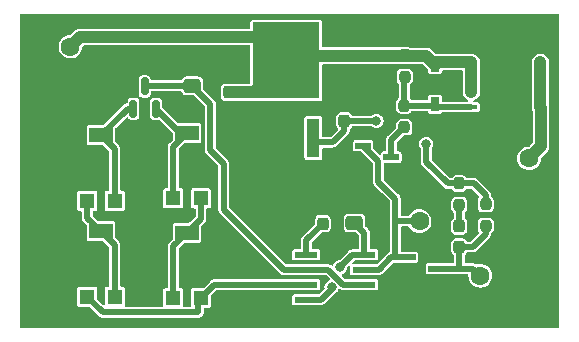
<source format=gbr>
%TF.GenerationSoftware,KiCad,Pcbnew,7.0.7*%
%TF.CreationDate,2023-11-19T15:36:35+03:00*%
%TF.ProjectId,Main_PCB_002,4d61696e-5f50-4434-925f-3030322e6b69,rev?*%
%TF.SameCoordinates,Original*%
%TF.FileFunction,Copper,L1,Top*%
%TF.FilePolarity,Positive*%
%FSLAX46Y46*%
G04 Gerber Fmt 4.6, Leading zero omitted, Abs format (unit mm)*
G04 Created by KiCad (PCBNEW 7.0.7) date 2023-11-19 15:36:35*
%MOMM*%
%LPD*%
G01*
G04 APERTURE LIST*
G04 Aperture macros list*
%AMRoundRect*
0 Rectangle with rounded corners*
0 $1 Rounding radius*
0 $2 $3 $4 $5 $6 $7 $8 $9 X,Y pos of 4 corners*
0 Add a 4 corners polygon primitive as box body*
4,1,4,$2,$3,$4,$5,$6,$7,$8,$9,$2,$3,0*
0 Add four circle primitives for the rounded corners*
1,1,$1+$1,$2,$3*
1,1,$1+$1,$4,$5*
1,1,$1+$1,$6,$7*
1,1,$1+$1,$8,$9*
0 Add four rect primitives between the rounded corners*
20,1,$1+$1,$2,$3,$4,$5,0*
20,1,$1+$1,$4,$5,$6,$7,0*
20,1,$1+$1,$6,$7,$8,$9,0*
20,1,$1+$1,$8,$9,$2,$3,0*%
G04 Aperture macros list end*
%TA.AperFunction,ComponentPad*%
%ADD10C,1.600000*%
%TD*%
%TA.AperFunction,SMDPad,CuDef*%
%ADD11R,1.117600X3.302000*%
%TD*%
%TA.AperFunction,SMDPad,CuDef*%
%ADD12R,5.689600X6.400800*%
%TD*%
%TA.AperFunction,SMDPad,CuDef*%
%ADD13RoundRect,0.237500X0.237500X-0.300000X0.237500X0.300000X-0.237500X0.300000X-0.237500X-0.300000X0*%
%TD*%
%TA.AperFunction,SMDPad,CuDef*%
%ADD14RoundRect,0.237500X-0.237500X0.250000X-0.237500X-0.250000X0.237500X-0.250000X0.237500X0.250000X0*%
%TD*%
%TA.AperFunction,SMDPad,CuDef*%
%ADD15R,1.295400X1.295400*%
%TD*%
%TA.AperFunction,SMDPad,CuDef*%
%ADD16R,2.006600X1.295400*%
%TD*%
%TA.AperFunction,SMDPad,CuDef*%
%ADD17RoundRect,0.250000X0.475000X-0.337500X0.475000X0.337500X-0.475000X0.337500X-0.475000X-0.337500X0*%
%TD*%
%TA.AperFunction,SMDPad,CuDef*%
%ADD18R,1.320800X0.558800*%
%TD*%
%TA.AperFunction,SMDPad,CuDef*%
%ADD19R,1.981200X0.558800*%
%TD*%
%TA.AperFunction,SMDPad,CuDef*%
%ADD20RoundRect,0.237500X-0.237500X0.300000X-0.237500X-0.300000X0.237500X-0.300000X0.237500X0.300000X0*%
%TD*%
%TA.AperFunction,SMDPad,CuDef*%
%ADD21RoundRect,0.237500X0.237500X-0.287500X0.237500X0.287500X-0.237500X0.287500X-0.237500X-0.287500X0*%
%TD*%
%TA.AperFunction,SMDPad,CuDef*%
%ADD22RoundRect,0.237500X0.237500X-0.250000X0.237500X0.250000X-0.237500X0.250000X-0.237500X-0.250000X0*%
%TD*%
%TA.AperFunction,SMDPad,CuDef*%
%ADD23R,1.016000X0.406400*%
%TD*%
%TA.AperFunction,SMDPad,CuDef*%
%ADD24R,0.762000X1.219200*%
%TD*%
%TA.AperFunction,SMDPad,CuDef*%
%ADD25RoundRect,0.150000X0.150000X-0.587500X0.150000X0.587500X-0.150000X0.587500X-0.150000X-0.587500X0*%
%TD*%
%TA.AperFunction,ViaPad*%
%ADD26C,0.800000*%
%TD*%
%TA.AperFunction,Conductor*%
%ADD27C,0.500000*%
%TD*%
%TA.AperFunction,Conductor*%
%ADD28C,1.000000*%
%TD*%
%TA.AperFunction,Conductor*%
%ADD29C,0.250000*%
%TD*%
G04 APERTURE END LIST*
D10*
%TO.P,D1,1,Conn*%
%TO.N,GND1*%
X165608000Y-113284000D03*
%TD*%
D11*
%TO.P,U8,1,GND*%
%TO.N,GND1*%
X142875000Y-106438700D03*
D12*
%TO.P,U8,2,VIN*%
%TO.N,Net-(D22-Conn)*%
X145161000Y-99885500D03*
D11*
%TO.P,U8,3,VOUT*%
%TO.N,Net-(U8-VOUT)*%
X147447000Y-106438700D03*
%TD*%
D13*
%TO.P,C24,1*%
%TO.N,Net-(U7-CONT)*%
X148259800Y-113693200D03*
%TO.P,C24,2*%
%TO.N,GND1*%
X148259800Y-111968200D03*
%TD*%
D14*
%TO.P,R24,1*%
%TO.N,Net-(D22-Conn)*%
X155168600Y-99442900D03*
%TO.P,R24,2*%
%TO.N,Net-(U11-CATHODE)*%
X155168600Y-101267900D03*
%TD*%
D15*
%TO.P,R18,1,1*%
%TO.N,Net-(D20-A)*%
X130632200Y-111760000D03*
D16*
%TO.P,R18,2,2*%
X129463800Y-106222800D03*
D15*
%TO.P,R18,3,3*%
%TO.N,Net-(R18-Pad3)*%
X128295400Y-111760000D03*
%TD*%
D17*
%TO.P,C23,1*%
%TO.N,Net-(D20-COM)*%
X137185400Y-102027900D03*
%TO.P,C23,2*%
%TO.N,GND1*%
X137185400Y-99952900D03*
%TD*%
D14*
%TO.P,R22,1*%
%TO.N,Net-(U11-CATHODE)*%
X155143200Y-103710100D03*
%TO.P,R22,2*%
%TO.N,Net-(U13-D)*%
X155143200Y-105535100D03*
%TD*%
D18*
%TO.P,U13,1,G*%
%TO.N,Net-(D25-Conn)*%
X151663400Y-107111800D03*
%TO.P,U13,2,S*%
%TO.N,GND1*%
X151663400Y-109016800D03*
%TO.P,U13,3,D*%
%TO.N,Net-(U13-D)*%
X154051000Y-108064300D03*
%TD*%
D15*
%TO.P,R19,1,1*%
%TO.N,Net-(R18-Pad3)*%
X130632200Y-119888000D03*
D16*
%TO.P,R19,2,2*%
X129463800Y-114350800D03*
D15*
%TO.P,R19,3,3*%
%TO.N,Net-(U7-DISCH)*%
X128295400Y-119888000D03*
%TD*%
D19*
%TO.P,U7,1,GND*%
%TO.N,GND1*%
X151765000Y-120142000D03*
%TO.P,U7,2,TRIG*%
%TO.N,Net-(D20-COM)*%
X151765000Y-118872000D03*
%TO.P,U7,3,OUT*%
%TO.N,Net-(D25-Conn)*%
X151765000Y-117602000D03*
%TO.P,U7,4,RESET*%
%TO.N,Net-(U7-RESET)*%
X151765000Y-116332000D03*
%TO.P,U7,5,CONT*%
%TO.N,Net-(U7-CONT)*%
X146837400Y-116332000D03*
%TO.P,U7,6,THRES*%
%TO.N,Net-(D20-COM)*%
X146837400Y-117602000D03*
%TO.P,U7,7,DISCH*%
%TO.N,Net-(U7-DISCH)*%
X146837400Y-118872000D03*
%TO.P,U7,8,VCC*%
%TO.N,Net-(U7-RESET)*%
X146837400Y-120142000D03*
%TD*%
D20*
%TO.P,C22,1*%
%TO.N,Net-(D22-Conn)*%
X140284200Y-102592800D03*
%TO.P,C22,2*%
%TO.N,GND1*%
X140284200Y-104317800D03*
%TD*%
D10*
%TO.P,D22,1,Conn*%
%TO.N,Net-(D22-Conn)*%
X126873000Y-98704400D03*
%TD*%
D17*
%TO.P,C25,1*%
%TO.N,Net-(U7-RESET)*%
X150926800Y-113639600D03*
%TO.P,C25,2*%
%TO.N,GND1*%
X150926800Y-111564600D03*
%TD*%
D15*
%TO.P,R20,1,1*%
%TO.N,Net-(U7-DISCH)*%
X137922000Y-119989600D03*
D16*
%TO.P,R20,2,2*%
%TO.N,Net-(R20-Pad2)*%
X136753600Y-114452400D03*
D15*
%TO.P,R20,3,3*%
X135585200Y-119989600D03*
%TD*%
D21*
%TO.P,D21,1,K*%
%TO.N,Net-(D21-K)*%
X159791400Y-115669000D03*
%TO.P,D21,2,A*%
%TO.N,Net-(D21-A)*%
X159791400Y-113919000D03*
%TD*%
D22*
%TO.P,R23,1*%
%TO.N,Net-(D21-A)*%
X159791400Y-112123200D03*
%TO.P,R23,2*%
%TO.N,Net-(U8-VOUT)*%
X159791400Y-110298200D03*
%TD*%
D10*
%TO.P,D25,1,Conn*%
%TO.N,Net-(D25-Conn)*%
X156438600Y-113487200D03*
%TD*%
D18*
%TO.P,U14,1,G*%
%TO.N,Net-(D25-Conn)*%
X155448000Y-116560600D03*
%TO.P,U14,2,S*%
%TO.N,GND1*%
X155448000Y-118465600D03*
%TO.P,U14,3,D*%
%TO.N,Net-(D21-K)*%
X157835600Y-117513100D03*
%TD*%
D22*
%TO.P,R25,1*%
%TO.N,Net-(D21-K)*%
X162026600Y-113872000D03*
%TO.P,R25,2*%
%TO.N,Net-(U8-VOUT)*%
X162026600Y-112047000D03*
%TD*%
D23*
%TO.P,U12,1,S*%
%TO.N,Net-(D22-Conn)*%
X160832800Y-100025200D03*
%TO.P,U12,2,S*%
X160832800Y-101295200D03*
%TO.P,U12,3,S*%
X160832800Y-102565200D03*
%TO.P,U12,4,G*%
%TO.N,Net-(U11-CATHODE)*%
X160832800Y-103835200D03*
%TO.P,U12,5,D*%
%TO.N,Net-(D24-Conn)*%
X166674800Y-103835200D03*
%TO.P,U12,6,D*%
X166674800Y-102565200D03*
%TO.P,U12,7,D*%
X166674800Y-101295200D03*
%TO.P,U12,8,D*%
X166674800Y-100025200D03*
%TD*%
D15*
%TO.P,R21,1,1*%
%TO.N,Net-(R20-Pad2)*%
X137922000Y-111556800D03*
D16*
%TO.P,R21,2,2*%
%TO.N,Net-(D20-K)*%
X136753600Y-106019600D03*
D15*
%TO.P,R21,3,3*%
X135585200Y-111556800D03*
%TD*%
D24*
%TO.P,U11,1,CATHODE*%
%TO.N,Net-(U11-CATHODE)*%
X157734000Y-103581200D03*
%TO.P,U11,2,ANODE*%
%TO.N,Net-(D22-Conn)*%
X157734000Y-100228400D03*
%TD*%
D13*
%TO.P,C21,1*%
%TO.N,Net-(U8-VOUT)*%
X150063200Y-105003600D03*
%TO.P,C21,2*%
%TO.N,GND1*%
X150063200Y-103278600D03*
%TD*%
D10*
%TO.P,D26,1,Conn*%
%TO.N,Net-(D21-K)*%
X161569400Y-118110000D03*
%TD*%
%TO.P,D24,1,Conn*%
%TO.N,Net-(D24-Conn)*%
X165709600Y-108178600D03*
%TD*%
D25*
%TO.P,D20,1,A*%
%TO.N,Net-(D20-A)*%
X132212000Y-103962200D03*
%TO.P,D20,2,K*%
%TO.N,Net-(D20-K)*%
X134112000Y-103962200D03*
%TO.P,D20,3,COM*%
%TO.N,Net-(D20-COM)*%
X133162000Y-102087200D03*
%TD*%
D10*
%TO.P,D23,1,Conn*%
%TO.N,GND1*%
X126822200Y-101879400D03*
%TD*%
D26*
%TO.N,GND1*%
X136601200Y-104089200D03*
%TO.N,Net-(U8-VOUT)*%
X152781000Y-105003600D03*
X156997400Y-106934000D03*
%TO.N,GND1*%
X144449800Y-120269000D03*
X161772600Y-97612200D03*
X166598600Y-97561400D03*
X144145000Y-109397800D03*
X133096000Y-120142000D03*
X129438400Y-99517200D03*
X140106400Y-120269000D03*
X149606000Y-120218200D03*
X144627600Y-115722400D03*
X147955000Y-109728000D03*
X164515800Y-106324400D03*
X161188400Y-120218200D03*
X133172200Y-115087400D03*
X141173200Y-112217200D03*
X159207200Y-105410000D03*
X126517400Y-121335800D03*
X159689800Y-108178600D03*
X133096000Y-111582200D03*
X156184600Y-110998000D03*
X149987000Y-101168200D03*
X139954000Y-114173000D03*
X149606000Y-97612200D03*
X140106400Y-117576600D03*
X166801800Y-110185200D03*
X143459200Y-117729000D03*
X154533600Y-120218200D03*
X156413200Y-97561400D03*
X126568200Y-113538000D03*
X133096000Y-106426000D03*
X163449000Y-114122200D03*
X149021800Y-115925600D03*
X126898400Y-104775000D03*
X141655800Y-109296200D03*
%TO.N,Net-(U7-RESET)*%
X148992612Y-119078988D03*
X149707600Y-117373400D03*
%TD*%
D27*
%TO.N,Net-(U8-VOUT)*%
X156997400Y-108483400D02*
X156997400Y-106934000D01*
X147815300Y-106807000D02*
X147447000Y-106438700D01*
X150063200Y-105816400D02*
X149072600Y-106807000D01*
X161047400Y-110298200D02*
X159791400Y-110298200D01*
X158812200Y-110298200D02*
X156997400Y-108483400D01*
X152781000Y-105003600D02*
X150063200Y-105003600D01*
X162026600Y-111277400D02*
X161047400Y-110298200D01*
X159791400Y-110298200D02*
X158812200Y-110298200D01*
X162026600Y-112047000D02*
X162026600Y-111277400D01*
X150063200Y-105003600D02*
X150063200Y-105816400D01*
X149072600Y-106807000D02*
X147815300Y-106807000D01*
D28*
%TO.N,Net-(D22-Conn)*%
X145580100Y-99466400D02*
X145161000Y-99885500D01*
X143256000Y-97891600D02*
X127685800Y-97891600D01*
X156997400Y-99491800D02*
X155217500Y-99491800D01*
X142453700Y-102592800D02*
X145161000Y-99885500D01*
X145161000Y-99885500D02*
X143256000Y-97980500D01*
X157734000Y-100228400D02*
X156997400Y-99491800D01*
X160832800Y-100025200D02*
X157937200Y-100025200D01*
X155145100Y-99466400D02*
X145580100Y-99466400D01*
X160832800Y-102565200D02*
X160832800Y-100025200D01*
X155168600Y-99442900D02*
X155145100Y-99466400D01*
X140284200Y-102592800D02*
X142453700Y-102592800D01*
X143256000Y-97980500D02*
X143256000Y-97891600D01*
X157937200Y-100025200D02*
X157734000Y-100228400D01*
X127685800Y-97891600D02*
X126873000Y-98704400D01*
X155217500Y-99491800D02*
X155168600Y-99442900D01*
D27*
%TO.N,Net-(D20-COM)*%
X148717000Y-117602000D02*
X146837400Y-117602000D01*
X151765000Y-118872000D02*
X149987000Y-118872000D01*
X137185400Y-102027900D02*
X133221300Y-102027900D01*
X138734800Y-103577300D02*
X138734800Y-107492800D01*
X144932400Y-117602000D02*
X146837400Y-117602000D01*
X149987000Y-118872000D02*
X148717000Y-117602000D01*
X137185400Y-102027900D02*
X138734800Y-103577300D01*
X139852400Y-108610400D02*
X139852400Y-112522000D01*
X139852400Y-112522000D02*
X144932400Y-117602000D01*
X133221300Y-102027900D02*
X133162000Y-102087200D01*
X138734800Y-107492800D02*
X139852400Y-108610400D01*
%TO.N,Net-(U7-CONT)*%
X146837400Y-116332000D02*
X146837400Y-115115600D01*
X146837400Y-115115600D02*
X148259800Y-113693200D01*
%TO.N,Net-(U7-RESET)*%
X148082000Y-120142000D02*
X146837400Y-120142000D01*
X148992612Y-119231388D02*
X148082000Y-120142000D01*
X148992612Y-119078988D02*
X148992612Y-119231388D01*
X150749000Y-116332000D02*
X151765000Y-116332000D01*
X151765000Y-116332000D02*
X151765000Y-114477800D01*
X151765000Y-114477800D02*
X150926800Y-113639600D01*
X149707600Y-117373400D02*
X150749000Y-116332000D01*
%TO.N,Net-(D20-A)*%
X131724400Y-103962200D02*
X129463800Y-106222800D01*
X130632200Y-111760000D02*
X130632200Y-107391200D01*
X132212000Y-103962200D02*
X131724400Y-103962200D01*
X130632200Y-107391200D02*
X129463800Y-106222800D01*
%TO.N,Net-(D20-K)*%
X136753600Y-106019600D02*
X136169400Y-106019600D01*
X135585200Y-111556800D02*
X135585200Y-107188000D01*
X135585200Y-107188000D02*
X136753600Y-106019600D01*
X136169400Y-106019600D02*
X134112000Y-103962200D01*
%TO.N,Net-(D21-K)*%
X157835600Y-117513100D02*
X159816800Y-117513100D01*
X160934400Y-115671600D02*
X160931800Y-115669000D01*
X160972500Y-117513100D02*
X161569400Y-118110000D01*
X159791400Y-115669000D02*
X159791400Y-117487700D01*
X159816800Y-117513100D02*
X160972500Y-117513100D01*
X160931800Y-115669000D02*
X159791400Y-115669000D01*
X162026600Y-114579400D02*
X160934400Y-115671600D01*
X162026600Y-113872000D02*
X162026600Y-114579400D01*
X159791400Y-117487700D02*
X159816800Y-117513100D01*
%TO.N,Net-(D21-A)*%
X159791400Y-113919000D02*
X159791400Y-112123200D01*
%TO.N,Net-(R18-Pad3)*%
X130632200Y-115519200D02*
X129463800Y-114350800D01*
X130632200Y-119888000D02*
X130632200Y-115519200D01*
X128295400Y-111760000D02*
X128295400Y-113182400D01*
X128295400Y-113182400D02*
X129463800Y-114350800D01*
%TO.N,Net-(U7-DISCH)*%
X129616200Y-121208800D02*
X137693400Y-121208800D01*
X146837400Y-118872000D02*
X139039600Y-118872000D01*
X137693400Y-121208800D02*
X137693400Y-120218200D01*
X128295400Y-119888000D02*
X129616200Y-121208800D01*
X137693400Y-120218200D02*
X137922000Y-119989600D01*
X139039600Y-118872000D02*
X137922000Y-119989600D01*
%TO.N,Net-(R20-Pad2)*%
X135585200Y-119989600D02*
X135585200Y-115620800D01*
X137922000Y-113284000D02*
X136753600Y-114452400D01*
X135585200Y-115620800D02*
X136753600Y-114452400D01*
X137922000Y-111556800D02*
X137922000Y-113284000D01*
%TO.N,Net-(U11-CATHODE)*%
X157605100Y-103710100D02*
X157734000Y-103581200D01*
X155143200Y-103710100D02*
X155143200Y-101293300D01*
X155143200Y-103710100D02*
X157605100Y-103710100D01*
D29*
X156995500Y-103581200D02*
X157734000Y-103581200D01*
D27*
X155143200Y-101293300D02*
X155168600Y-101267900D01*
X160832800Y-103835200D02*
X157988000Y-103835200D01*
X157988000Y-103835200D02*
X157734000Y-103581200D01*
%TO.N,Net-(U13-D)*%
X154051000Y-106627300D02*
X155143200Y-105535100D01*
X154051000Y-108064300D02*
X154051000Y-106627300D01*
%TO.N,Net-(D25-Conn)*%
X151663400Y-107111800D02*
X152940600Y-108389000D01*
X154025600Y-116560600D02*
X154432000Y-116560600D01*
X156438600Y-113487200D02*
X154381200Y-113487200D01*
X154381200Y-116509800D02*
X154432000Y-116560600D01*
X154432000Y-116560600D02*
X155448000Y-116560600D01*
X154381200Y-113487200D02*
X154381200Y-116509800D01*
X152984200Y-117602000D02*
X154025600Y-116560600D01*
X151765000Y-117602000D02*
X152984200Y-117602000D01*
X154381200Y-111582200D02*
X154381200Y-113487200D01*
X152940600Y-110141600D02*
X154381200Y-111582200D01*
X152940600Y-108389000D02*
X152940600Y-110141600D01*
D28*
%TO.N,Net-(D24-Conn)*%
X166725600Y-107162600D02*
X166725600Y-103886000D01*
X165709600Y-108178600D02*
X166725600Y-107162600D01*
X166725600Y-103886000D02*
X166674800Y-103835200D01*
X166674800Y-103835200D02*
X166674800Y-100025200D01*
%TD*%
%TA.AperFunction,Conductor*%
%TO.N,GND1*%
G36*
X168208791Y-95929307D02*
G01*
X168244755Y-95978807D01*
X168249600Y-96009400D01*
X168249600Y-122430600D01*
X168230693Y-122488791D01*
X168181193Y-122524755D01*
X168150600Y-122529600D01*
X122679400Y-122529600D01*
X122621209Y-122510693D01*
X122585245Y-122461193D01*
X122580400Y-122430600D01*
X122580400Y-120555446D01*
X127447200Y-120555446D01*
X127447201Y-120555458D01*
X127458832Y-120613927D01*
X127458834Y-120613933D01*
X127468706Y-120628707D01*
X127503148Y-120680252D01*
X127569469Y-120724567D01*
X127613931Y-120733411D01*
X127627941Y-120736198D01*
X127627946Y-120736198D01*
X127627952Y-120736200D01*
X128465488Y-120736200D01*
X128523679Y-120755107D01*
X128535492Y-120765196D01*
X129277792Y-121507496D01*
X129281493Y-121511637D01*
X129306321Y-121542770D01*
X129355471Y-121576280D01*
X129403318Y-121611593D01*
X129403320Y-121611593D01*
X129409877Y-121615059D01*
X129409669Y-121615451D01*
X129411650Y-121616451D01*
X129411843Y-121616053D01*
X129418524Y-121619270D01*
X129418527Y-121619272D01*
X129475372Y-121636806D01*
X129531500Y-121656446D01*
X129531502Y-121656446D01*
X129538793Y-121657826D01*
X129538710Y-121658260D01*
X129540897Y-121658631D01*
X129540963Y-121658194D01*
X129548296Y-121659299D01*
X129548298Y-121659300D01*
X129607772Y-121659300D01*
X129609915Y-121659380D01*
X129667210Y-121661524D01*
X129667216Y-121661522D01*
X129674585Y-121660693D01*
X129674634Y-121661131D01*
X129688544Y-121659300D01*
X137631484Y-121659300D01*
X137653513Y-121661782D01*
X137654224Y-121661944D01*
X137659354Y-121663115D01*
X137695498Y-121660406D01*
X137708410Y-121659439D01*
X137712111Y-121659300D01*
X137727160Y-121659300D01*
X137727162Y-121659300D01*
X137742055Y-121657054D01*
X137745713Y-121656642D01*
X137794778Y-121652966D01*
X137800349Y-121650778D01*
X137821766Y-121645039D01*
X137827687Y-121644148D01*
X137872039Y-121622788D01*
X137875360Y-121621339D01*
X137921194Y-121603352D01*
X137925872Y-121599620D01*
X137944651Y-121587820D01*
X137950042Y-121585225D01*
X137986118Y-121551750D01*
X137988880Y-121549371D01*
X138027370Y-121518679D01*
X138030744Y-121513729D01*
X138045201Y-121496930D01*
X138049594Y-121492855D01*
X138074193Y-121450245D01*
X138076157Y-121447121D01*
X138103871Y-121406474D01*
X138103870Y-121406474D01*
X138103872Y-121406473D01*
X138105636Y-121400750D01*
X138114502Y-121380428D01*
X138117496Y-121375245D01*
X138128446Y-121327263D01*
X138129391Y-121323734D01*
X138143900Y-121276702D01*
X138143900Y-121270716D01*
X138146382Y-121248685D01*
X138147715Y-121242844D01*
X138146947Y-121232599D01*
X138144037Y-121193773D01*
X138143900Y-121190088D01*
X138143900Y-120936800D01*
X138162807Y-120878609D01*
X138212307Y-120842645D01*
X138242900Y-120837800D01*
X138589447Y-120837800D01*
X138589448Y-120837800D01*
X138647931Y-120826167D01*
X138714252Y-120781852D01*
X138758567Y-120715531D01*
X138770200Y-120657048D01*
X138770200Y-119819510D01*
X138789107Y-119761319D01*
X138799197Y-119749506D01*
X139197208Y-119351496D01*
X139251724Y-119323719D01*
X139267211Y-119322500D01*
X145711947Y-119322500D01*
X145759406Y-119336896D01*
X145759557Y-119336534D01*
X145763238Y-119338058D01*
X145766948Y-119339184D01*
X145768569Y-119340267D01*
X145813031Y-119349111D01*
X145827041Y-119351898D01*
X145827046Y-119351898D01*
X145827052Y-119351900D01*
X145827053Y-119351900D01*
X147847747Y-119351900D01*
X147847748Y-119351900D01*
X147906231Y-119340267D01*
X147972552Y-119295952D01*
X148016867Y-119229631D01*
X148028500Y-119171148D01*
X148028500Y-118572852D01*
X148016867Y-118514369D01*
X147972552Y-118448048D01*
X147972548Y-118448045D01*
X147906233Y-118403734D01*
X147906231Y-118403733D01*
X147906228Y-118403732D01*
X147906227Y-118403732D01*
X147847758Y-118392101D01*
X147847748Y-118392100D01*
X145827052Y-118392100D01*
X145827051Y-118392100D01*
X145827041Y-118392101D01*
X145768572Y-118403732D01*
X145768566Y-118403734D01*
X145766948Y-118404816D01*
X145763238Y-118405941D01*
X145759557Y-118407466D01*
X145759406Y-118407103D01*
X145711947Y-118421500D01*
X139067687Y-118421500D01*
X139062141Y-118421189D01*
X139022565Y-118416730D01*
X139022561Y-118416730D01*
X138964119Y-118427788D01*
X138905314Y-118436650D01*
X138898228Y-118438837D01*
X138898098Y-118438416D01*
X138895989Y-118439110D01*
X138896134Y-118439525D01*
X138889128Y-118441976D01*
X138836527Y-118469777D01*
X138782958Y-118495574D01*
X138776829Y-118499753D01*
X138776584Y-118499393D01*
X138774768Y-118500681D01*
X138775027Y-118501032D01*
X138769058Y-118505437D01*
X138727000Y-118547495D01*
X138683405Y-118587945D01*
X138678779Y-118593746D01*
X138678436Y-118593472D01*
X138669895Y-118604599D01*
X138162094Y-119112403D01*
X138107577Y-119140181D01*
X138092090Y-119141400D01*
X137254552Y-119141400D01*
X137254551Y-119141400D01*
X137254541Y-119141401D01*
X137196072Y-119153032D01*
X137196066Y-119153034D01*
X137129751Y-119197345D01*
X137129745Y-119197351D01*
X137085434Y-119263666D01*
X137085432Y-119263672D01*
X137073801Y-119322141D01*
X137073800Y-119322153D01*
X137073800Y-120659300D01*
X137054893Y-120717491D01*
X137005393Y-120753455D01*
X136974800Y-120758300D01*
X136532400Y-120758300D01*
X136474209Y-120739393D01*
X136438245Y-120689893D01*
X136433400Y-120659300D01*
X136433400Y-119322153D01*
X136433398Y-119322141D01*
X136424946Y-119279651D01*
X136421767Y-119263669D01*
X136377452Y-119197348D01*
X136377448Y-119197345D01*
X136311133Y-119153034D01*
X136311131Y-119153033D01*
X136311128Y-119153032D01*
X136311127Y-119153032D01*
X136252658Y-119141401D01*
X136252648Y-119141400D01*
X136252647Y-119141400D01*
X136134700Y-119141400D01*
X136076509Y-119122493D01*
X136040545Y-119072993D01*
X136035700Y-119042400D01*
X136035700Y-115848411D01*
X136054607Y-115790220D01*
X136064696Y-115778407D01*
X136513507Y-115329596D01*
X136568024Y-115301819D01*
X136583511Y-115300600D01*
X137776647Y-115300600D01*
X137776648Y-115300600D01*
X137835131Y-115288967D01*
X137901452Y-115244652D01*
X137945767Y-115178331D01*
X137957400Y-115119848D01*
X137957400Y-113926709D01*
X137976307Y-113868518D01*
X137986390Y-113856712D01*
X138220703Y-113622398D01*
X138224825Y-113618714D01*
X138255970Y-113593879D01*
X138289480Y-113544728D01*
X138324793Y-113496882D01*
X138324796Y-113496873D01*
X138328263Y-113490316D01*
X138328655Y-113490523D01*
X138329651Y-113488550D01*
X138329252Y-113488358D01*
X138332468Y-113481677D01*
X138332472Y-113481673D01*
X138350007Y-113424822D01*
X138369646Y-113368699D01*
X138369646Y-113368697D01*
X138371026Y-113361407D01*
X138371460Y-113361489D01*
X138371832Y-113359303D01*
X138371394Y-113359237D01*
X138372500Y-113351900D01*
X138372500Y-113292427D01*
X138373189Y-113274007D01*
X138374724Y-113232990D01*
X138374722Y-113232982D01*
X138373893Y-113225618D01*
X138374331Y-113225568D01*
X138372500Y-113211657D01*
X138372500Y-112504000D01*
X138391407Y-112445809D01*
X138440907Y-112409845D01*
X138471500Y-112405000D01*
X138589447Y-112405000D01*
X138589448Y-112405000D01*
X138647931Y-112393367D01*
X138714252Y-112349052D01*
X138758567Y-112282731D01*
X138770200Y-112224248D01*
X138770200Y-110889352D01*
X138758567Y-110830869D01*
X138714252Y-110764548D01*
X138697447Y-110753319D01*
X138647933Y-110720234D01*
X138647931Y-110720233D01*
X138647928Y-110720232D01*
X138647927Y-110720232D01*
X138589458Y-110708601D01*
X138589448Y-110708600D01*
X137254552Y-110708600D01*
X137254551Y-110708600D01*
X137254541Y-110708601D01*
X137196072Y-110720232D01*
X137196066Y-110720234D01*
X137129751Y-110764545D01*
X137129745Y-110764551D01*
X137085434Y-110830866D01*
X137085432Y-110830872D01*
X137073801Y-110889341D01*
X137073800Y-110889353D01*
X137073800Y-112224246D01*
X137073801Y-112224258D01*
X137085432Y-112282727D01*
X137085433Y-112282731D01*
X137129748Y-112349052D01*
X137196069Y-112393367D01*
X137240531Y-112402211D01*
X137254541Y-112404998D01*
X137254546Y-112404998D01*
X137254552Y-112405000D01*
X137372500Y-112405000D01*
X137430691Y-112423907D01*
X137466655Y-112473407D01*
X137471500Y-112504000D01*
X137471500Y-113056388D01*
X137452593Y-113114579D01*
X137442504Y-113126391D01*
X136993693Y-113575203D01*
X136939176Y-113602981D01*
X136923689Y-113604200D01*
X135730552Y-113604200D01*
X135730551Y-113604200D01*
X135730541Y-113604201D01*
X135672072Y-113615832D01*
X135672066Y-113615834D01*
X135605751Y-113660145D01*
X135605745Y-113660151D01*
X135561434Y-113726466D01*
X135561432Y-113726472D01*
X135549801Y-113784941D01*
X135549800Y-113784953D01*
X135549800Y-114978089D01*
X135530893Y-115036280D01*
X135520803Y-115048093D01*
X135286506Y-115282389D01*
X135282365Y-115286090D01*
X135251231Y-115310919D01*
X135217719Y-115360071D01*
X135182407Y-115407916D01*
X135178942Y-115414474D01*
X135178553Y-115414268D01*
X135177550Y-115416255D01*
X135177946Y-115416446D01*
X135174728Y-115423127D01*
X135157192Y-115479977D01*
X135137555Y-115536097D01*
X135136176Y-115543387D01*
X135135744Y-115543305D01*
X135135371Y-115545500D01*
X135135805Y-115545566D01*
X135134700Y-115552899D01*
X135134700Y-115612372D01*
X135132476Y-115671810D01*
X135133307Y-115679185D01*
X135132868Y-115679234D01*
X135134700Y-115693144D01*
X135134700Y-119042400D01*
X135115793Y-119100591D01*
X135066293Y-119136555D01*
X135035700Y-119141400D01*
X134917752Y-119141400D01*
X134917751Y-119141400D01*
X134917741Y-119141401D01*
X134859272Y-119153032D01*
X134859266Y-119153034D01*
X134792951Y-119197345D01*
X134792945Y-119197351D01*
X134748634Y-119263666D01*
X134748632Y-119263672D01*
X134737001Y-119322141D01*
X134737000Y-119322153D01*
X134737000Y-120659300D01*
X134718093Y-120717491D01*
X134668593Y-120753455D01*
X134638000Y-120758300D01*
X131557131Y-120758300D01*
X131498940Y-120739393D01*
X131462976Y-120689893D01*
X131462976Y-120628707D01*
X131465667Y-120621415D01*
X131468764Y-120613934D01*
X131468767Y-120613931D01*
X131480400Y-120555448D01*
X131480400Y-119220552D01*
X131468767Y-119162069D01*
X131424452Y-119095748D01*
X131424448Y-119095745D01*
X131358133Y-119051434D01*
X131358131Y-119051433D01*
X131358128Y-119051432D01*
X131358127Y-119051432D01*
X131299658Y-119039801D01*
X131299648Y-119039800D01*
X131299647Y-119039800D01*
X131181700Y-119039800D01*
X131123509Y-119020893D01*
X131087545Y-118971393D01*
X131082700Y-118940800D01*
X131082700Y-115547285D01*
X131083011Y-115541738D01*
X131083646Y-115536101D01*
X131087470Y-115502165D01*
X131076411Y-115443720D01*
X131067548Y-115384913D01*
X131067546Y-115384909D01*
X131065360Y-115377822D01*
X131065782Y-115377691D01*
X131065090Y-115375588D01*
X131064674Y-115375734D01*
X131062222Y-115368726D01*
X131034426Y-115316136D01*
X131027716Y-115302203D01*
X131008625Y-115262558D01*
X131008624Y-115262557D01*
X131008623Y-115262554D01*
X131004444Y-115256425D01*
X131004807Y-115256177D01*
X131003524Y-115254369D01*
X131003170Y-115254631D01*
X130998767Y-115248665D01*
X130998766Y-115248664D01*
X130998765Y-115248662D01*
X130956716Y-115206613D01*
X130956716Y-115206612D01*
X130916256Y-115163006D01*
X130910458Y-115158383D01*
X130910732Y-115158038D01*
X130899597Y-115149493D01*
X130696596Y-114946491D01*
X130668819Y-114891975D01*
X130667600Y-114876488D01*
X130667600Y-113683353D01*
X130667598Y-113683341D01*
X130662984Y-113660145D01*
X130655967Y-113624869D01*
X130611652Y-113558548D01*
X130611648Y-113558545D01*
X130545333Y-113514234D01*
X130545331Y-113514233D01*
X130545328Y-113514232D01*
X130545327Y-113514232D01*
X130486858Y-113502601D01*
X130486848Y-113502600D01*
X130486847Y-113502600D01*
X129293711Y-113502600D01*
X129235520Y-113483693D01*
X129223707Y-113473604D01*
X128774896Y-113024793D01*
X128747119Y-112970276D01*
X128745900Y-112954789D01*
X128745900Y-112707200D01*
X128764807Y-112649009D01*
X128814307Y-112613045D01*
X128844900Y-112608200D01*
X128962847Y-112608200D01*
X128962848Y-112608200D01*
X129021331Y-112596567D01*
X129087652Y-112552252D01*
X129131967Y-112485931D01*
X129143600Y-112427448D01*
X129143600Y-111092552D01*
X129131967Y-111034069D01*
X129087652Y-110967748D01*
X129087648Y-110967745D01*
X129021333Y-110923434D01*
X129021331Y-110923433D01*
X129021328Y-110923432D01*
X129021327Y-110923432D01*
X128962858Y-110911801D01*
X128962848Y-110911800D01*
X127627952Y-110911800D01*
X127627951Y-110911800D01*
X127627941Y-110911801D01*
X127569472Y-110923432D01*
X127569466Y-110923434D01*
X127503151Y-110967745D01*
X127503145Y-110967751D01*
X127458834Y-111034066D01*
X127458832Y-111034072D01*
X127447201Y-111092541D01*
X127447200Y-111092553D01*
X127447200Y-112427446D01*
X127447201Y-112427458D01*
X127458832Y-112485927D01*
X127458834Y-112485933D01*
X127494317Y-112539036D01*
X127503148Y-112552252D01*
X127569469Y-112596567D01*
X127613931Y-112605411D01*
X127627941Y-112608198D01*
X127627946Y-112608198D01*
X127627952Y-112608200D01*
X127745900Y-112608200D01*
X127804091Y-112627107D01*
X127840055Y-112676607D01*
X127844900Y-112707200D01*
X127844900Y-113154313D01*
X127844589Y-113159859D01*
X127840130Y-113199434D01*
X127840130Y-113199436D01*
X127851188Y-113257879D01*
X127860052Y-113316687D01*
X127862240Y-113323781D01*
X127861817Y-113323911D01*
X127862509Y-113326013D01*
X127862926Y-113325868D01*
X127865375Y-113332868D01*
X127893177Y-113385473D01*
X127918974Y-113439041D01*
X127923153Y-113445170D01*
X127922789Y-113445417D01*
X127924077Y-113447231D01*
X127924430Y-113446971D01*
X127928831Y-113452935D01*
X127970895Y-113494999D01*
X128011344Y-113538594D01*
X128017143Y-113543218D01*
X128016867Y-113543563D01*
X128028000Y-113552104D01*
X128231003Y-113755107D01*
X128258780Y-113809624D01*
X128259999Y-113825111D01*
X128259999Y-115018246D01*
X128260001Y-115018258D01*
X128271632Y-115076727D01*
X128271633Y-115076731D01*
X128315948Y-115143052D01*
X128382269Y-115187367D01*
X128426731Y-115196211D01*
X128440741Y-115198998D01*
X128440746Y-115198998D01*
X128440752Y-115199000D01*
X129633888Y-115199000D01*
X129692079Y-115217907D01*
X129703891Y-115227996D01*
X130152703Y-115676807D01*
X130180481Y-115731324D01*
X130181700Y-115746811D01*
X130181700Y-118940800D01*
X130162793Y-118998991D01*
X130113293Y-119034955D01*
X130082700Y-119039800D01*
X129964752Y-119039800D01*
X129964751Y-119039800D01*
X129964741Y-119039801D01*
X129906272Y-119051432D01*
X129906266Y-119051434D01*
X129839951Y-119095745D01*
X129839945Y-119095751D01*
X129795634Y-119162066D01*
X129795632Y-119162072D01*
X129784001Y-119220541D01*
X129784000Y-119220553D01*
X129784000Y-120500489D01*
X129765093Y-120558680D01*
X129715593Y-120594644D01*
X129654407Y-120594644D01*
X129614996Y-120570493D01*
X129172596Y-120128093D01*
X129144819Y-120073576D01*
X129143600Y-120058089D01*
X129143600Y-119220553D01*
X129143598Y-119220541D01*
X129138984Y-119197345D01*
X129131967Y-119162069D01*
X129087652Y-119095748D01*
X129087648Y-119095745D01*
X129021333Y-119051434D01*
X129021331Y-119051433D01*
X129021328Y-119051432D01*
X129021327Y-119051432D01*
X128962858Y-119039801D01*
X128962848Y-119039800D01*
X127627952Y-119039800D01*
X127627951Y-119039800D01*
X127627941Y-119039801D01*
X127569472Y-119051432D01*
X127569466Y-119051434D01*
X127503151Y-119095745D01*
X127503145Y-119095751D01*
X127458834Y-119162066D01*
X127458832Y-119162072D01*
X127447201Y-119220541D01*
X127447200Y-119220553D01*
X127447200Y-120555446D01*
X122580400Y-120555446D01*
X122580400Y-106890246D01*
X128260000Y-106890246D01*
X128260001Y-106890258D01*
X128271632Y-106948727D01*
X128271634Y-106948733D01*
X128293645Y-106981674D01*
X128315948Y-107015052D01*
X128382269Y-107059367D01*
X128426731Y-107068211D01*
X128440741Y-107070998D01*
X128440746Y-107070998D01*
X128440752Y-107071000D01*
X129633888Y-107071000D01*
X129692079Y-107089907D01*
X129703891Y-107099996D01*
X130152703Y-107548807D01*
X130180481Y-107603324D01*
X130181700Y-107618811D01*
X130181700Y-110812800D01*
X130162793Y-110870991D01*
X130113293Y-110906955D01*
X130082700Y-110911800D01*
X129964752Y-110911800D01*
X129964751Y-110911800D01*
X129964741Y-110911801D01*
X129906272Y-110923432D01*
X129906266Y-110923434D01*
X129839951Y-110967745D01*
X129839945Y-110967751D01*
X129795634Y-111034066D01*
X129795632Y-111034072D01*
X129784001Y-111092541D01*
X129784000Y-111092553D01*
X129784000Y-112427446D01*
X129784001Y-112427458D01*
X129795632Y-112485927D01*
X129795634Y-112485933D01*
X129831117Y-112539036D01*
X129839948Y-112552252D01*
X129906269Y-112596567D01*
X129950731Y-112605411D01*
X129964741Y-112608198D01*
X129964746Y-112608198D01*
X129964752Y-112608200D01*
X129964753Y-112608200D01*
X131299647Y-112608200D01*
X131299648Y-112608200D01*
X131358131Y-112596567D01*
X131424452Y-112552252D01*
X131468767Y-112485931D01*
X131480400Y-112427448D01*
X131480400Y-111092552D01*
X131468767Y-111034069D01*
X131424452Y-110967748D01*
X131424448Y-110967745D01*
X131358133Y-110923434D01*
X131358131Y-110923433D01*
X131358128Y-110923432D01*
X131358127Y-110923432D01*
X131299658Y-110911801D01*
X131299648Y-110911800D01*
X131299647Y-110911800D01*
X131181700Y-110911800D01*
X131123509Y-110892893D01*
X131087545Y-110843393D01*
X131082700Y-110812800D01*
X131082700Y-107419285D01*
X131083011Y-107413738D01*
X131083324Y-107410958D01*
X131087470Y-107374165D01*
X131076411Y-107315720D01*
X131067548Y-107256913D01*
X131067546Y-107256909D01*
X131065360Y-107249822D01*
X131065782Y-107249691D01*
X131065090Y-107247588D01*
X131064674Y-107247734D01*
X131062222Y-107240726D01*
X131034426Y-107188136D01*
X131008623Y-107134554D01*
X131004444Y-107128425D01*
X131004807Y-107128177D01*
X131003524Y-107126369D01*
X131003170Y-107126631D01*
X130998767Y-107120665D01*
X130998766Y-107120664D01*
X130998765Y-107120662D01*
X130956716Y-107078613D01*
X130949652Y-107071000D01*
X130916256Y-107035006D01*
X130910458Y-107030383D01*
X130910732Y-107030039D01*
X130899597Y-107021494D01*
X130696596Y-106818493D01*
X130668819Y-106763976D01*
X130667600Y-106748489D01*
X130667600Y-105697110D01*
X130686507Y-105638919D01*
X130696590Y-105627112D01*
X131607353Y-104716348D01*
X131661868Y-104688573D01*
X131722300Y-104698144D01*
X131765565Y-104741409D01*
X131766296Y-104742875D01*
X131772800Y-104756179D01*
X131772800Y-104756180D01*
X131772801Y-104756181D01*
X131772802Y-104756183D01*
X131855517Y-104838898D01*
X131909285Y-104865183D01*
X131960604Y-104890272D01*
X131960605Y-104890272D01*
X131960607Y-104890273D01*
X132028740Y-104900200D01*
X132028743Y-104900200D01*
X132395257Y-104900200D01*
X132395260Y-104900200D01*
X132463393Y-104890273D01*
X132568483Y-104838898D01*
X132651198Y-104756183D01*
X132702573Y-104651093D01*
X132712500Y-104582960D01*
X133611500Y-104582960D01*
X133617079Y-104621251D01*
X133621427Y-104651095D01*
X133653329Y-104716350D01*
X133672802Y-104756183D01*
X133755517Y-104838898D01*
X133809285Y-104865183D01*
X133860604Y-104890272D01*
X133860605Y-104890272D01*
X133860607Y-104890273D01*
X133928740Y-104900200D01*
X133928743Y-104900200D01*
X134295256Y-104900200D01*
X134295260Y-104900200D01*
X134348784Y-104892401D01*
X134409089Y-104902721D01*
X134433059Y-104920363D01*
X135520804Y-106008107D01*
X135548581Y-106062624D01*
X135549800Y-106078111D01*
X135549800Y-106545289D01*
X135530893Y-106603480D01*
X135520803Y-106615293D01*
X135286506Y-106849589D01*
X135282365Y-106853290D01*
X135251231Y-106878119D01*
X135217719Y-106927271D01*
X135182407Y-106975116D01*
X135178942Y-106981674D01*
X135178553Y-106981468D01*
X135177550Y-106983455D01*
X135177946Y-106983646D01*
X135174728Y-106990327D01*
X135157192Y-107047177D01*
X135137555Y-107103297D01*
X135136176Y-107110587D01*
X135135744Y-107110505D01*
X135135371Y-107112700D01*
X135135805Y-107112766D01*
X135134700Y-107120099D01*
X135134700Y-107179572D01*
X135132476Y-107239010D01*
X135133307Y-107246385D01*
X135132868Y-107246434D01*
X135134700Y-107260344D01*
X135134700Y-110609600D01*
X135115793Y-110667791D01*
X135066293Y-110703755D01*
X135035700Y-110708600D01*
X134917752Y-110708600D01*
X134917751Y-110708600D01*
X134917741Y-110708601D01*
X134859272Y-110720232D01*
X134859266Y-110720234D01*
X134792951Y-110764545D01*
X134792945Y-110764551D01*
X134748634Y-110830866D01*
X134748632Y-110830872D01*
X134737001Y-110889341D01*
X134737000Y-110889353D01*
X134737000Y-112224246D01*
X134737001Y-112224258D01*
X134748632Y-112282727D01*
X134748633Y-112282731D01*
X134792948Y-112349052D01*
X134859269Y-112393367D01*
X134903731Y-112402211D01*
X134917741Y-112404998D01*
X134917746Y-112404998D01*
X134917752Y-112405000D01*
X134917753Y-112405000D01*
X136252647Y-112405000D01*
X136252648Y-112405000D01*
X136311131Y-112393367D01*
X136377452Y-112349052D01*
X136421767Y-112282731D01*
X136433400Y-112224248D01*
X136433400Y-110889352D01*
X136421767Y-110830869D01*
X136377452Y-110764548D01*
X136360647Y-110753319D01*
X136311133Y-110720234D01*
X136311131Y-110720233D01*
X136311128Y-110720232D01*
X136311127Y-110720232D01*
X136252658Y-110708601D01*
X136252648Y-110708600D01*
X136252647Y-110708600D01*
X136134700Y-110708600D01*
X136076509Y-110689693D01*
X136040545Y-110640193D01*
X136035700Y-110609600D01*
X136035700Y-107415610D01*
X136054607Y-107357419D01*
X136064697Y-107345606D01*
X136513508Y-106896796D01*
X136568024Y-106869019D01*
X136583511Y-106867800D01*
X137776647Y-106867800D01*
X137776648Y-106867800D01*
X137835131Y-106856167D01*
X137901452Y-106811852D01*
X137945767Y-106745531D01*
X137957400Y-106687048D01*
X137957400Y-105352152D01*
X137945767Y-105293669D01*
X137901452Y-105227348D01*
X137864635Y-105202747D01*
X137835133Y-105183034D01*
X137835131Y-105183033D01*
X137835128Y-105183032D01*
X137835127Y-105183032D01*
X137776658Y-105171401D01*
X137776648Y-105171400D01*
X137776647Y-105171400D01*
X135999312Y-105171400D01*
X135941121Y-105152493D01*
X135929308Y-105142404D01*
X134641496Y-103854592D01*
X134613719Y-103800075D01*
X134612500Y-103784588D01*
X134612500Y-103341443D01*
X134612500Y-103341440D01*
X134602573Y-103273307D01*
X134598854Y-103265700D01*
X134576214Y-103219388D01*
X134551198Y-103168217D01*
X134468483Y-103085502D01*
X134468481Y-103085501D01*
X134363395Y-103034127D01*
X134336139Y-103030156D01*
X134295260Y-103024200D01*
X133928740Y-103024200D01*
X133894673Y-103029163D01*
X133860604Y-103034127D01*
X133755518Y-103085501D01*
X133672801Y-103168218D01*
X133621427Y-103273304D01*
X133617193Y-103302368D01*
X133611500Y-103341440D01*
X133611500Y-104582960D01*
X132712500Y-104582960D01*
X132712500Y-103341440D01*
X132702573Y-103273307D01*
X132698854Y-103265700D01*
X132676214Y-103219388D01*
X132651198Y-103168217D01*
X132568483Y-103085502D01*
X132568481Y-103085501D01*
X132463395Y-103034127D01*
X132436139Y-103030156D01*
X132395260Y-103024200D01*
X132028740Y-103024200D01*
X131994673Y-103029163D01*
X131960604Y-103034127D01*
X131855518Y-103085501D01*
X131772801Y-103168218D01*
X131721427Y-103273304D01*
X131711499Y-103341443D01*
X131711499Y-103423360D01*
X131692591Y-103481551D01*
X131643091Y-103517514D01*
X131627255Y-103521253D01*
X131590113Y-103526851D01*
X131583028Y-103529037D01*
X131582898Y-103528618D01*
X131580781Y-103529315D01*
X131580926Y-103529729D01*
X131573929Y-103532176D01*
X131573928Y-103532177D01*
X131573926Y-103532177D01*
X131573926Y-103532178D01*
X131521336Y-103559973D01*
X131467757Y-103585775D01*
X131461629Y-103589954D01*
X131461382Y-103589592D01*
X131459569Y-103590878D01*
X131459830Y-103591231D01*
X131453859Y-103595637D01*
X131411813Y-103637683D01*
X131368204Y-103678145D01*
X131363581Y-103683943D01*
X131363237Y-103683669D01*
X131354695Y-103694800D01*
X129703893Y-105345604D01*
X129649376Y-105373381D01*
X129633889Y-105374600D01*
X128440752Y-105374600D01*
X128440751Y-105374600D01*
X128440741Y-105374601D01*
X128382272Y-105386232D01*
X128382266Y-105386234D01*
X128315951Y-105430545D01*
X128315945Y-105430551D01*
X128271634Y-105496866D01*
X128271632Y-105496872D01*
X128260001Y-105555341D01*
X128260000Y-105555353D01*
X128260000Y-106890246D01*
X122580400Y-106890246D01*
X122580400Y-102707960D01*
X132661500Y-102707960D01*
X132668118Y-102753382D01*
X132671427Y-102776095D01*
X132722801Y-102881181D01*
X132722802Y-102881183D01*
X132805517Y-102963898D01*
X132859285Y-102990183D01*
X132910604Y-103015272D01*
X132910605Y-103015272D01*
X132910607Y-103015273D01*
X132978740Y-103025200D01*
X132978743Y-103025200D01*
X133345257Y-103025200D01*
X133345260Y-103025200D01*
X133413393Y-103015273D01*
X133518483Y-102963898D01*
X133601198Y-102881183D01*
X133652573Y-102776093D01*
X133662500Y-102707960D01*
X133662500Y-102577400D01*
X133681407Y-102519209D01*
X133730907Y-102483245D01*
X133761500Y-102478400D01*
X136202413Y-102478400D01*
X136260604Y-102497307D01*
X136295856Y-102544701D01*
X136306853Y-102576129D01*
X136307608Y-102578285D01*
X136388245Y-102687544D01*
X136388247Y-102687546D01*
X136388250Y-102687550D01*
X136388253Y-102687552D01*
X136388255Y-102687554D01*
X136497516Y-102768192D01*
X136497517Y-102768192D01*
X136497518Y-102768193D01*
X136625701Y-102813046D01*
X136656125Y-102815899D01*
X136656127Y-102815900D01*
X136656134Y-102815900D01*
X137295288Y-102815900D01*
X137353479Y-102834807D01*
X137365292Y-102844896D01*
X138255304Y-103734908D01*
X138283081Y-103789425D01*
X138284300Y-103804912D01*
X138284300Y-107464713D01*
X138283989Y-107470259D01*
X138279530Y-107509834D01*
X138279530Y-107509836D01*
X138290588Y-107568279D01*
X138299452Y-107627087D01*
X138301640Y-107634181D01*
X138301217Y-107634311D01*
X138301909Y-107636413D01*
X138302326Y-107636268D01*
X138304775Y-107643268D01*
X138332577Y-107695873D01*
X138358374Y-107749441D01*
X138362553Y-107755570D01*
X138362189Y-107755817D01*
X138363477Y-107757631D01*
X138363830Y-107757371D01*
X138368231Y-107763335D01*
X138410295Y-107805399D01*
X138450744Y-107848994D01*
X138456543Y-107853618D01*
X138456267Y-107853963D01*
X138467400Y-107862504D01*
X139372904Y-108768007D01*
X139400681Y-108822524D01*
X139401900Y-108838011D01*
X139401900Y-112493913D01*
X139401589Y-112499459D01*
X139397130Y-112539034D01*
X139397130Y-112539036D01*
X139408188Y-112597479D01*
X139417052Y-112656287D01*
X139419240Y-112663381D01*
X139418817Y-112663511D01*
X139419509Y-112665613D01*
X139419926Y-112665468D01*
X139422375Y-112672468D01*
X139450177Y-112725073D01*
X139475974Y-112778641D01*
X139480153Y-112784770D01*
X139479789Y-112785017D01*
X139481077Y-112786831D01*
X139481430Y-112786571D01*
X139485831Y-112792535D01*
X139527896Y-112834600D01*
X139568344Y-112878194D01*
X139574143Y-112882818D01*
X139573867Y-112883163D01*
X139585000Y-112891704D01*
X144593992Y-117900696D01*
X144597693Y-117904837D01*
X144622521Y-117935970D01*
X144671671Y-117969480D01*
X144719518Y-118004793D01*
X144719520Y-118004793D01*
X144726077Y-118008259D01*
X144725869Y-118008651D01*
X144727850Y-118009651D01*
X144728043Y-118009253D01*
X144734724Y-118012470D01*
X144734727Y-118012472D01*
X144791577Y-118030007D01*
X144847701Y-118049646D01*
X144847705Y-118049646D01*
X144854993Y-118051026D01*
X144854910Y-118051460D01*
X144857093Y-118051830D01*
X144857159Y-118051394D01*
X144864498Y-118052500D01*
X144923973Y-118052500D01*
X144926042Y-118052577D01*
X144983410Y-118054724D01*
X144983415Y-118054722D01*
X144990785Y-118053893D01*
X144990834Y-118054331D01*
X145004744Y-118052500D01*
X145711947Y-118052500D01*
X145759406Y-118066896D01*
X145759557Y-118066534D01*
X145763238Y-118068058D01*
X145766948Y-118069184D01*
X145768569Y-118070267D01*
X145813031Y-118079111D01*
X145827041Y-118081898D01*
X145827046Y-118081898D01*
X145827052Y-118081900D01*
X145827053Y-118081900D01*
X147847747Y-118081900D01*
X147847748Y-118081900D01*
X147906231Y-118070267D01*
X147907851Y-118069184D01*
X147911561Y-118068058D01*
X147915243Y-118066534D01*
X147915393Y-118066896D01*
X147962853Y-118052500D01*
X148489388Y-118052500D01*
X148547579Y-118071407D01*
X148559392Y-118081496D01*
X148827241Y-118349345D01*
X148855018Y-118403862D01*
X148845447Y-118464294D01*
X148802182Y-118507559D01*
X148795123Y-118510813D01*
X148689772Y-118554451D01*
X148564335Y-118650701D01*
X148564325Y-118650711D01*
X148468074Y-118776148D01*
X148468074Y-118776149D01*
X148407569Y-118922221D01*
X148407567Y-118922229D01*
X148386930Y-119078987D01*
X148386930Y-119078990D01*
X148394631Y-119137489D01*
X148383480Y-119197649D01*
X148366481Y-119220414D01*
X147949429Y-119637465D01*
X147894913Y-119665242D01*
X147860113Y-119664559D01*
X147847753Y-119662100D01*
X147847748Y-119662100D01*
X145827052Y-119662100D01*
X145827051Y-119662100D01*
X145827041Y-119662101D01*
X145768572Y-119673732D01*
X145768566Y-119673734D01*
X145702251Y-119718045D01*
X145702245Y-119718051D01*
X145657934Y-119784366D01*
X145657932Y-119784372D01*
X145646301Y-119842841D01*
X145646300Y-119842853D01*
X145646300Y-120441146D01*
X145646301Y-120441158D01*
X145657932Y-120499627D01*
X145657934Y-120499633D01*
X145667086Y-120513329D01*
X145702248Y-120565952D01*
X145768569Y-120610267D01*
X145813031Y-120619111D01*
X145827041Y-120621898D01*
X145827046Y-120621898D01*
X145827052Y-120621900D01*
X145827053Y-120621900D01*
X147847747Y-120621900D01*
X147847748Y-120621900D01*
X147906231Y-120610267D01*
X147907851Y-120609184D01*
X147911561Y-120608058D01*
X147915243Y-120606534D01*
X147915393Y-120606896D01*
X147962853Y-120592500D01*
X148053913Y-120592500D01*
X148059459Y-120592811D01*
X148099035Y-120597270D01*
X148157479Y-120586211D01*
X148216287Y-120577348D01*
X148216294Y-120577344D01*
X148223381Y-120575159D01*
X148223512Y-120575584D01*
X148225613Y-120574892D01*
X148225467Y-120574473D01*
X148232464Y-120572024D01*
X148232472Y-120572023D01*
X148246322Y-120564702D01*
X148285072Y-120544223D01*
X148311856Y-120531323D01*
X148338642Y-120518425D01*
X148338646Y-120518421D01*
X148344778Y-120514242D01*
X148345028Y-120514609D01*
X148346832Y-120513329D01*
X148346568Y-120512971D01*
X148352529Y-120508570D01*
X148352538Y-120508566D01*
X148394599Y-120466504D01*
X148438194Y-120426055D01*
X148438198Y-120426047D01*
X148442820Y-120420253D01*
X148443166Y-120420529D01*
X148451703Y-120409399D01*
X149216876Y-119644225D01*
X149248990Y-119622768D01*
X149295453Y-119603524D01*
X149420894Y-119507270D01*
X149517148Y-119381829D01*
X149562571Y-119272166D01*
X149602308Y-119225640D01*
X149661803Y-119211356D01*
X149709804Y-119228253D01*
X149726271Y-119239480D01*
X149774118Y-119274793D01*
X149774120Y-119274793D01*
X149780677Y-119278259D01*
X149780469Y-119278651D01*
X149782450Y-119279651D01*
X149782643Y-119279253D01*
X149789324Y-119282470D01*
X149789327Y-119282472D01*
X149846172Y-119300006D01*
X149902300Y-119319646D01*
X149902302Y-119319646D01*
X149909593Y-119321026D01*
X149909510Y-119321460D01*
X149911697Y-119321831D01*
X149911763Y-119321394D01*
X149919096Y-119322499D01*
X149919098Y-119322500D01*
X149978572Y-119322500D01*
X149980715Y-119322580D01*
X150038010Y-119324724D01*
X150038016Y-119324722D01*
X150045385Y-119323893D01*
X150045434Y-119324331D01*
X150059344Y-119322500D01*
X150639547Y-119322500D01*
X150687006Y-119336896D01*
X150687157Y-119336534D01*
X150690838Y-119338058D01*
X150694548Y-119339184D01*
X150696169Y-119340267D01*
X150740631Y-119349111D01*
X150754641Y-119351898D01*
X150754646Y-119351898D01*
X150754652Y-119351900D01*
X150754653Y-119351900D01*
X152775347Y-119351900D01*
X152775348Y-119351900D01*
X152833831Y-119340267D01*
X152900152Y-119295952D01*
X152944467Y-119229631D01*
X152956100Y-119171148D01*
X152956100Y-118572852D01*
X152944467Y-118514369D01*
X152900152Y-118448048D01*
X152900148Y-118448045D01*
X152833833Y-118403734D01*
X152833831Y-118403733D01*
X152833828Y-118403732D01*
X152833827Y-118403732D01*
X152775358Y-118392101D01*
X152775348Y-118392100D01*
X150754652Y-118392100D01*
X150754651Y-118392100D01*
X150754641Y-118392101D01*
X150696172Y-118403732D01*
X150696166Y-118403734D01*
X150694548Y-118404816D01*
X150690838Y-118405941D01*
X150687157Y-118407466D01*
X150687006Y-118407103D01*
X150639547Y-118421500D01*
X150214611Y-118421500D01*
X150156420Y-118402593D01*
X150144607Y-118392504D01*
X149860366Y-118108263D01*
X149832589Y-118053746D01*
X149842160Y-117993314D01*
X149885425Y-117950049D01*
X149892485Y-117946795D01*
X149941472Y-117926504D01*
X150010441Y-117897936D01*
X150135882Y-117801682D01*
X150232136Y-117676241D01*
X150292644Y-117530162D01*
X150304131Y-117442903D01*
X150330471Y-117387679D01*
X150332281Y-117385822D01*
X150404897Y-117313207D01*
X150459414Y-117285430D01*
X150519846Y-117295002D01*
X150563110Y-117338267D01*
X150573900Y-117383211D01*
X150573900Y-117901146D01*
X150573901Y-117901158D01*
X150585532Y-117959627D01*
X150585534Y-117959633D01*
X150629845Y-118025948D01*
X150629848Y-118025952D01*
X150696169Y-118070267D01*
X150740631Y-118079111D01*
X150754641Y-118081898D01*
X150754646Y-118081898D01*
X150754652Y-118081900D01*
X150754653Y-118081900D01*
X152775347Y-118081900D01*
X152775348Y-118081900D01*
X152833831Y-118070267D01*
X152835451Y-118069184D01*
X152839161Y-118068058D01*
X152842843Y-118066534D01*
X152842993Y-118066896D01*
X152890453Y-118052500D01*
X152956113Y-118052500D01*
X152961659Y-118052811D01*
X153001235Y-118057270D01*
X153059679Y-118046211D01*
X153118487Y-118037348D01*
X153118494Y-118037344D01*
X153125581Y-118035159D01*
X153125712Y-118035584D01*
X153127813Y-118034892D01*
X153127667Y-118034473D01*
X153134664Y-118032024D01*
X153134672Y-118032023D01*
X153148522Y-118024702D01*
X153187272Y-118004223D01*
X153214057Y-117991323D01*
X153240842Y-117978425D01*
X153240846Y-117978421D01*
X153246978Y-117974242D01*
X153247228Y-117974609D01*
X153249032Y-117973329D01*
X153248768Y-117972971D01*
X153254729Y-117968570D01*
X153254738Y-117968566D01*
X153296799Y-117926504D01*
X153340394Y-117886055D01*
X153340398Y-117886047D01*
X153345020Y-117880253D01*
X153345366Y-117880529D01*
X153353903Y-117869399D01*
X153411056Y-117812246D01*
X156974700Y-117812246D01*
X156974701Y-117812258D01*
X156986332Y-117870727D01*
X156986334Y-117870733D01*
X157015158Y-117913870D01*
X157030648Y-117937052D01*
X157096969Y-117981367D01*
X157141431Y-117990211D01*
X157155441Y-117992998D01*
X157155446Y-117992998D01*
X157155452Y-117993000D01*
X157155453Y-117993000D01*
X158515747Y-117993000D01*
X158515748Y-117993000D01*
X158574231Y-117981367D01*
X158575851Y-117980284D01*
X158579561Y-117979158D01*
X158583243Y-117977634D01*
X158583393Y-117977996D01*
X158630853Y-117963600D01*
X159748898Y-117963600D01*
X159808373Y-117963600D01*
X159810442Y-117963677D01*
X159867810Y-117965824D01*
X159867815Y-117965822D01*
X159875185Y-117964993D01*
X159875234Y-117965431D01*
X159889144Y-117963600D01*
X160469248Y-117963600D01*
X160527439Y-117982507D01*
X160563403Y-118032007D01*
X160567771Y-118072303D01*
X160564059Y-118109995D01*
X160564059Y-118110003D01*
X160583374Y-118306126D01*
X160583375Y-118306129D01*
X160583376Y-118306132D01*
X160640348Y-118493944D01*
X160640587Y-118494730D01*
X160640588Y-118494732D01*
X160682345Y-118572853D01*
X160733490Y-118668538D01*
X160733492Y-118668540D01*
X160733493Y-118668542D01*
X160858512Y-118820878D01*
X160858521Y-118820887D01*
X160981997Y-118922221D01*
X161010862Y-118945910D01*
X161184673Y-119038814D01*
X161373268Y-119096024D01*
X161373270Y-119096024D01*
X161373273Y-119096025D01*
X161569397Y-119115341D01*
X161569400Y-119115341D01*
X161569403Y-119115341D01*
X161765526Y-119096025D01*
X161765527Y-119096024D01*
X161765532Y-119096024D01*
X161954127Y-119038814D01*
X162127938Y-118945910D01*
X162280283Y-118820883D01*
X162405310Y-118668538D01*
X162498214Y-118494727D01*
X162555424Y-118306132D01*
X162574741Y-118110000D01*
X162574570Y-118108263D01*
X162555425Y-117913873D01*
X162555424Y-117913870D01*
X162555424Y-117913868D01*
X162498214Y-117725273D01*
X162405310Y-117551462D01*
X162387833Y-117530166D01*
X162280287Y-117399121D01*
X162280278Y-117399112D01*
X162127942Y-117274093D01*
X162127940Y-117274092D01*
X162127938Y-117274090D01*
X162053906Y-117234519D01*
X161954132Y-117181188D01*
X161954130Y-117181187D01*
X161930411Y-117173992D01*
X161804975Y-117135941D01*
X161765529Y-117123975D01*
X161765526Y-117123974D01*
X161569403Y-117104659D01*
X161569397Y-117104659D01*
X161373273Y-117123974D01*
X161373267Y-117123975D01*
X161300785Y-117145963D01*
X161239611Y-117144762D01*
X161213260Y-117130882D01*
X161185381Y-117110306D01*
X161178822Y-117106840D01*
X161179026Y-117106452D01*
X161177044Y-117105452D01*
X161176855Y-117105846D01*
X161170173Y-117102628D01*
X161113322Y-117085092D01*
X161057200Y-117065454D01*
X161049914Y-117064076D01*
X161049995Y-117063644D01*
X161047802Y-117063271D01*
X161047737Y-117063705D01*
X161040403Y-117062600D01*
X161040402Y-117062600D01*
X160980927Y-117062600D01*
X160961114Y-117061858D01*
X160921490Y-117060376D01*
X160921489Y-117060376D01*
X160921488Y-117060376D01*
X160914115Y-117061207D01*
X160914065Y-117060768D01*
X160900156Y-117062600D01*
X160340900Y-117062600D01*
X160282709Y-117043693D01*
X160246745Y-116994193D01*
X160241900Y-116963600D01*
X160241900Y-116393647D01*
X160260807Y-116335456D01*
X160282109Y-116313993D01*
X160342111Y-116269711D01*
X160391366Y-116202972D01*
X160423294Y-116159712D01*
X160473061Y-116124119D01*
X160502949Y-116119500D01*
X160856488Y-116119500D01*
X160858091Y-116119559D01*
X160898887Y-116121085D01*
X160902519Y-116121358D01*
X160951435Y-116126870D01*
X160957311Y-116125757D01*
X160979422Y-116124099D01*
X160985410Y-116124324D01*
X161032972Y-116111579D01*
X161036510Y-116110772D01*
X161084872Y-116101623D01*
X161090163Y-116098825D01*
X161110803Y-116090725D01*
X161116587Y-116089176D01*
X161158255Y-116062992D01*
X161161433Y-116061158D01*
X161204938Y-116038166D01*
X161209169Y-116033934D01*
X161226507Y-116020107D01*
X161231575Y-116016923D01*
X161263673Y-115979623D01*
X161266175Y-115976928D01*
X162325299Y-114917803D01*
X162329430Y-114914110D01*
X162360570Y-114889279D01*
X162394080Y-114840128D01*
X162429393Y-114792282D01*
X162429396Y-114792273D01*
X162432863Y-114785716D01*
X162433255Y-114785923D01*
X162434251Y-114783950D01*
X162433852Y-114783758D01*
X162437068Y-114777077D01*
X162437072Y-114777073D01*
X162454607Y-114720222D01*
X162474246Y-114664099D01*
X162474246Y-114664097D01*
X162475626Y-114656807D01*
X162476060Y-114656889D01*
X162476431Y-114654705D01*
X162475994Y-114654639D01*
X162477098Y-114647308D01*
X162477100Y-114647302D01*
X162477099Y-114587826D01*
X162478343Y-114554576D01*
X162499413Y-114497135D01*
X162518485Y-114478625D01*
X162577311Y-114435211D01*
X162655716Y-114328975D01*
X162699325Y-114204349D01*
X162702100Y-114174756D01*
X162702100Y-113569244D01*
X162702100Y-113569238D01*
X162702099Y-113569233D01*
X162699659Y-113543218D01*
X162699325Y-113539651D01*
X162655716Y-113415025D01*
X162621525Y-113368698D01*
X162577314Y-113308793D01*
X162577313Y-113308792D01*
X162577311Y-113308789D01*
X162577306Y-113308785D01*
X162471076Y-113230384D01*
X162346452Y-113186776D01*
X162346451Y-113186775D01*
X162346449Y-113186775D01*
X162346447Y-113186774D01*
X162346444Y-113186774D01*
X162316866Y-113184000D01*
X162316856Y-113184000D01*
X161736344Y-113184000D01*
X161736333Y-113184000D01*
X161706755Y-113186774D01*
X161706747Y-113186776D01*
X161582123Y-113230384D01*
X161475893Y-113308785D01*
X161475885Y-113308793D01*
X161397484Y-113415023D01*
X161353876Y-113539647D01*
X161353874Y-113539655D01*
X161351100Y-113569233D01*
X161351100Y-114174766D01*
X161353874Y-114204344D01*
X161353876Y-114204352D01*
X161397484Y-114328976D01*
X161449839Y-114399915D01*
X161469181Y-114457963D01*
X161450709Y-114516293D01*
X161440188Y-114528706D01*
X160779394Y-115189503D01*
X160724877Y-115217281D01*
X160709390Y-115218500D01*
X160502949Y-115218500D01*
X160444758Y-115199593D01*
X160423294Y-115178288D01*
X160342114Y-115068293D01*
X160342113Y-115068292D01*
X160342111Y-115068289D01*
X160342106Y-115068285D01*
X160235876Y-114989884D01*
X160111252Y-114946276D01*
X160111251Y-114946275D01*
X160111249Y-114946275D01*
X160111247Y-114946274D01*
X160111244Y-114946274D01*
X160081666Y-114943500D01*
X160081656Y-114943500D01*
X159501144Y-114943500D01*
X159501133Y-114943500D01*
X159471555Y-114946274D01*
X159471547Y-114946276D01*
X159346923Y-114989884D01*
X159240693Y-115068285D01*
X159240685Y-115068293D01*
X159162284Y-115174523D01*
X159118676Y-115299147D01*
X159118674Y-115299155D01*
X159115900Y-115328733D01*
X159115900Y-116009266D01*
X159118674Y-116038844D01*
X159118676Y-116038852D01*
X159162284Y-116163476D01*
X159234594Y-116261453D01*
X159240689Y-116269711D01*
X159300688Y-116313992D01*
X159336281Y-116363759D01*
X159340900Y-116393647D01*
X159340900Y-116963600D01*
X159321993Y-117021791D01*
X159272493Y-117057755D01*
X159241900Y-117062600D01*
X158630853Y-117062600D01*
X158583393Y-117048203D01*
X158583243Y-117048566D01*
X158579561Y-117047041D01*
X158575852Y-117045916D01*
X158574233Y-117044834D01*
X158574231Y-117044833D01*
X158574228Y-117044832D01*
X158574227Y-117044832D01*
X158515758Y-117033201D01*
X158515748Y-117033200D01*
X157155452Y-117033200D01*
X157155451Y-117033200D01*
X157155441Y-117033201D01*
X157096972Y-117044832D01*
X157096966Y-117044834D01*
X157030651Y-117089145D01*
X157030645Y-117089151D01*
X156986334Y-117155466D01*
X156986332Y-117155472D01*
X156974701Y-117213941D01*
X156974700Y-117213953D01*
X156974700Y-117812246D01*
X153411056Y-117812246D01*
X154183206Y-117040096D01*
X154237724Y-117012319D01*
X154253211Y-117011100D01*
X154364098Y-117011100D01*
X154423573Y-117011100D01*
X154425642Y-117011177D01*
X154483010Y-117013324D01*
X154483015Y-117013322D01*
X154490385Y-117012493D01*
X154490434Y-117012931D01*
X154504344Y-117011100D01*
X154652747Y-117011100D01*
X154700206Y-117025496D01*
X154700357Y-117025134D01*
X154704038Y-117026658D01*
X154707748Y-117027784D01*
X154709369Y-117028867D01*
X154753831Y-117037711D01*
X154767841Y-117040498D01*
X154767846Y-117040498D01*
X154767852Y-117040500D01*
X154767853Y-117040500D01*
X156128147Y-117040500D01*
X156128148Y-117040500D01*
X156186631Y-117028867D01*
X156252952Y-116984552D01*
X156297267Y-116918231D01*
X156308900Y-116859748D01*
X156308900Y-116261452D01*
X156297267Y-116202969D01*
X156252952Y-116136648D01*
X156252948Y-116136645D01*
X156186633Y-116092334D01*
X156186631Y-116092333D01*
X156186628Y-116092332D01*
X156186627Y-116092332D01*
X156128158Y-116080701D01*
X156128148Y-116080700D01*
X156128147Y-116080700D01*
X154930700Y-116080700D01*
X154872509Y-116061793D01*
X154836545Y-116012293D01*
X154831700Y-115981700D01*
X154831700Y-114036700D01*
X154850607Y-113978509D01*
X154900107Y-113942545D01*
X154930700Y-113937700D01*
X155485604Y-113937700D01*
X155543795Y-113956607D01*
X155572914Y-113990031D01*
X155602689Y-114045736D01*
X155602693Y-114045742D01*
X155727712Y-114198078D01*
X155727721Y-114198087D01*
X155859708Y-114306406D01*
X155880062Y-114323110D01*
X155995504Y-114384815D01*
X156049124Y-114413476D01*
X156053873Y-114416014D01*
X156242468Y-114473224D01*
X156242470Y-114473224D01*
X156242473Y-114473225D01*
X156438597Y-114492541D01*
X156438600Y-114492541D01*
X156438603Y-114492541D01*
X156634726Y-114473225D01*
X156634727Y-114473224D01*
X156634732Y-114473224D01*
X156823327Y-114416014D01*
X156997138Y-114323110D01*
X157074932Y-114259266D01*
X159115900Y-114259266D01*
X159118674Y-114288844D01*
X159118676Y-114288852D01*
X159162284Y-114413476D01*
X159238166Y-114516293D01*
X159240689Y-114519711D01*
X159240692Y-114519713D01*
X159240693Y-114519714D01*
X159346923Y-114598115D01*
X159346924Y-114598115D01*
X159346925Y-114598116D01*
X159471551Y-114641725D01*
X159498841Y-114644284D01*
X159501133Y-114644499D01*
X159501138Y-114644500D01*
X159501144Y-114644500D01*
X160081662Y-114644500D01*
X160081665Y-114644499D01*
X160111249Y-114641725D01*
X160235875Y-114598116D01*
X160342111Y-114519711D01*
X160420516Y-114413475D01*
X160464125Y-114288849D01*
X160466900Y-114259256D01*
X160466900Y-113578744D01*
X160466900Y-113578738D01*
X160466899Y-113578733D01*
X160464125Y-113549155D01*
X160464125Y-113549151D01*
X160420516Y-113424525D01*
X160416658Y-113419298D01*
X160358462Y-113340444D01*
X160342111Y-113318289D01*
X160342110Y-113318288D01*
X160342108Y-113318286D01*
X160282112Y-113274007D01*
X160246519Y-113224240D01*
X160241900Y-113194352D01*
X160241900Y-112810347D01*
X160260807Y-112752156D01*
X160282109Y-112730693D01*
X160342111Y-112686411D01*
X160420516Y-112580175D01*
X160464125Y-112455549D01*
X160465281Y-112443218D01*
X160466900Y-112425963D01*
X160466900Y-111820438D01*
X160466899Y-111820433D01*
X160465903Y-111809811D01*
X160464125Y-111790851D01*
X160420516Y-111666225D01*
X160377175Y-111607500D01*
X160342114Y-111559993D01*
X160342113Y-111559992D01*
X160342111Y-111559989D01*
X160342106Y-111559985D01*
X160235876Y-111481584D01*
X160111252Y-111437976D01*
X160111251Y-111437975D01*
X160111249Y-111437975D01*
X160111247Y-111437974D01*
X160111244Y-111437974D01*
X160081666Y-111435200D01*
X160081656Y-111435200D01*
X159501144Y-111435200D01*
X159501133Y-111435200D01*
X159471555Y-111437974D01*
X159471547Y-111437976D01*
X159346923Y-111481584D01*
X159240693Y-111559985D01*
X159240685Y-111559993D01*
X159162284Y-111666223D01*
X159118676Y-111790847D01*
X159118674Y-111790855D01*
X159115900Y-111820433D01*
X159115900Y-112425963D01*
X159118674Y-112455544D01*
X159118676Y-112455552D01*
X159162284Y-112580176D01*
X159233453Y-112676607D01*
X159240689Y-112686411D01*
X159300688Y-112730692D01*
X159336281Y-112780459D01*
X159340900Y-112810347D01*
X159340900Y-113194352D01*
X159321993Y-113252543D01*
X159300688Y-113274007D01*
X159240691Y-113318286D01*
X159240689Y-113318288D01*
X159162284Y-113424523D01*
X159118676Y-113549147D01*
X159118674Y-113549155D01*
X159115900Y-113578733D01*
X159115900Y-114259266D01*
X157074932Y-114259266D01*
X157149483Y-114198083D01*
X157274510Y-114045738D01*
X157367414Y-113871927D01*
X157424624Y-113683332D01*
X157426908Y-113660148D01*
X157443941Y-113487203D01*
X157443941Y-113487196D01*
X157424625Y-113291073D01*
X157424624Y-113291070D01*
X157424624Y-113291068D01*
X157367414Y-113102473D01*
X157274510Y-112928662D01*
X157236887Y-112882818D01*
X157149487Y-112776321D01*
X157149478Y-112776312D01*
X156997142Y-112651293D01*
X156997140Y-112651292D01*
X156997138Y-112651290D01*
X156925587Y-112613045D01*
X156823332Y-112558388D01*
X156823330Y-112558387D01*
X156803112Y-112552254D01*
X156729029Y-112529780D01*
X156634729Y-112501175D01*
X156634726Y-112501174D01*
X156438603Y-112481859D01*
X156438597Y-112481859D01*
X156242473Y-112501174D01*
X156242470Y-112501175D01*
X156053869Y-112558387D01*
X156053867Y-112558388D01*
X155880067Y-112651287D01*
X155880057Y-112651293D01*
X155727721Y-112776312D01*
X155727712Y-112776321D01*
X155602693Y-112928657D01*
X155602690Y-112928662D01*
X155575279Y-112979945D01*
X155572914Y-112984369D01*
X155528808Y-113026775D01*
X155485604Y-113036700D01*
X154930700Y-113036700D01*
X154872509Y-113017793D01*
X154836545Y-112968293D01*
X154831700Y-112937700D01*
X154831700Y-111610285D01*
X154832011Y-111604738D01*
X154836470Y-111565165D01*
X154825411Y-111506720D01*
X154816548Y-111447913D01*
X154816546Y-111447909D01*
X154814360Y-111440822D01*
X154814782Y-111440691D01*
X154814090Y-111438588D01*
X154813674Y-111438734D01*
X154811224Y-111431733D01*
X154811223Y-111431728D01*
X154783422Y-111379127D01*
X154757625Y-111325558D01*
X154757623Y-111325556D01*
X154753447Y-111319430D01*
X154753810Y-111319182D01*
X154752524Y-111317368D01*
X154752170Y-111317630D01*
X154747766Y-111311662D01*
X154705704Y-111269600D01*
X154665259Y-111226010D01*
X154665257Y-111226009D01*
X154665255Y-111226006D01*
X154665251Y-111226003D01*
X154659459Y-111221385D01*
X154659733Y-111221040D01*
X154648600Y-111212496D01*
X153420096Y-109983992D01*
X153392319Y-109929475D01*
X153391100Y-109913988D01*
X153391100Y-108643200D01*
X153410007Y-108585009D01*
X153459507Y-108549045D01*
X153490100Y-108544200D01*
X154731147Y-108544200D01*
X154731148Y-108544200D01*
X154789631Y-108532567D01*
X154855952Y-108488252D01*
X154900267Y-108421931D01*
X154911900Y-108363448D01*
X154911900Y-107765152D01*
X154900267Y-107706669D01*
X154855952Y-107640348D01*
X154847688Y-107634826D01*
X154789633Y-107596034D01*
X154789631Y-107596033D01*
X154789628Y-107596032D01*
X154789627Y-107596032D01*
X154731158Y-107584401D01*
X154731148Y-107584400D01*
X154731147Y-107584400D01*
X154600500Y-107584400D01*
X154542309Y-107565493D01*
X154506345Y-107515993D01*
X154501500Y-107485400D01*
X154501500Y-106934000D01*
X156391718Y-106934000D01*
X156412355Y-107090758D01*
X156412357Y-107090766D01*
X156472862Y-107236838D01*
X156472863Y-107236840D01*
X156472864Y-107236841D01*
X156526442Y-107306665D01*
X156546866Y-107364340D01*
X156546900Y-107366932D01*
X156546900Y-108455313D01*
X156546589Y-108460859D01*
X156542130Y-108500434D01*
X156542130Y-108500436D01*
X156553188Y-108558879D01*
X156562052Y-108617687D01*
X156564240Y-108624781D01*
X156563817Y-108624911D01*
X156564509Y-108627013D01*
X156564926Y-108626868D01*
X156567375Y-108633868D01*
X156595177Y-108686473D01*
X156620974Y-108740041D01*
X156625153Y-108746170D01*
X156624789Y-108746417D01*
X156626077Y-108748231D01*
X156626430Y-108747971D01*
X156630831Y-108753935D01*
X156672895Y-108795999D01*
X156713344Y-108839594D01*
X156719143Y-108844218D01*
X156718867Y-108844563D01*
X156730000Y-108853104D01*
X158473792Y-110596896D01*
X158477493Y-110601037D01*
X158502321Y-110632170D01*
X158551471Y-110665680D01*
X158599318Y-110700993D01*
X158599320Y-110700993D01*
X158605877Y-110704459D01*
X158605669Y-110704851D01*
X158607650Y-110705851D01*
X158607843Y-110705453D01*
X158614524Y-110708670D01*
X158614527Y-110708672D01*
X158671376Y-110726207D01*
X158671377Y-110726207D01*
X158727500Y-110745846D01*
X158734793Y-110747226D01*
X158734710Y-110747660D01*
X158736897Y-110748031D01*
X158736963Y-110747594D01*
X158744296Y-110748699D01*
X158744298Y-110748700D01*
X158744300Y-110748700D01*
X158803759Y-110748700D01*
X158863210Y-110750925D01*
X158863216Y-110750923D01*
X158870584Y-110750094D01*
X158870633Y-110750532D01*
X158884547Y-110748700D01*
X159107528Y-110748700D01*
X159165719Y-110767607D01*
X159187179Y-110788907D01*
X159240689Y-110861411D01*
X159240692Y-110861413D01*
X159240693Y-110861414D01*
X159346923Y-110939815D01*
X159346924Y-110939815D01*
X159346925Y-110939816D01*
X159471551Y-110983425D01*
X159498841Y-110985984D01*
X159501133Y-110986199D01*
X159501138Y-110986200D01*
X159501144Y-110986200D01*
X160081662Y-110986200D01*
X160081665Y-110986199D01*
X160111249Y-110983425D01*
X160235875Y-110939816D01*
X160342111Y-110861411D01*
X160395618Y-110788910D01*
X160445384Y-110753319D01*
X160475272Y-110748700D01*
X160819788Y-110748700D01*
X160877979Y-110767607D01*
X160889792Y-110777696D01*
X161466600Y-111354504D01*
X161494377Y-111409021D01*
X161484806Y-111469453D01*
X161476252Y-111483295D01*
X161397484Y-111590024D01*
X161353876Y-111714647D01*
X161353874Y-111714655D01*
X161351100Y-111744233D01*
X161351100Y-112349766D01*
X161353874Y-112379344D01*
X161353876Y-112379352D01*
X161397484Y-112503976D01*
X161453722Y-112580176D01*
X161475889Y-112610211D01*
X161475892Y-112610213D01*
X161475893Y-112610214D01*
X161582123Y-112688615D01*
X161582124Y-112688615D01*
X161582125Y-112688616D01*
X161706751Y-112732225D01*
X161734041Y-112734784D01*
X161736333Y-112734999D01*
X161736338Y-112735000D01*
X161736344Y-112735000D01*
X162316862Y-112735000D01*
X162316865Y-112734999D01*
X162346449Y-112732225D01*
X162471075Y-112688616D01*
X162577311Y-112610211D01*
X162655716Y-112503975D01*
X162699325Y-112379349D01*
X162702100Y-112349756D01*
X162702100Y-111744244D01*
X162702100Y-111744238D01*
X162702099Y-111744233D01*
X162699325Y-111714655D01*
X162699325Y-111714651D01*
X162655716Y-111590025D01*
X162577311Y-111483789D01*
X162577310Y-111483788D01*
X162577308Y-111483786D01*
X162517312Y-111439507D01*
X162481719Y-111389740D01*
X162477100Y-111359852D01*
X162477100Y-111305485D01*
X162477411Y-111299938D01*
X162480829Y-111269600D01*
X162481870Y-111260365D01*
X162470810Y-111201908D01*
X162461948Y-111143113D01*
X162461945Y-111143107D01*
X162459760Y-111136019D01*
X162460182Y-111135888D01*
X162459492Y-111133790D01*
X162459076Y-111133936D01*
X162456624Y-111126930D01*
X162456624Y-111126928D01*
X162428816Y-111074315D01*
X162403025Y-111020758D01*
X162403023Y-111020756D01*
X162398847Y-111014630D01*
X162399210Y-111014382D01*
X162397924Y-111012568D01*
X162397570Y-111012830D01*
X162393166Y-111006862D01*
X162351104Y-110964800D01*
X162310659Y-110921210D01*
X162310657Y-110921209D01*
X162310655Y-110921206D01*
X162310651Y-110921203D01*
X162304859Y-110916585D01*
X162305133Y-110916240D01*
X162294000Y-110907696D01*
X161385802Y-109999498D01*
X161382100Y-109995355D01*
X161357279Y-109964230D01*
X161308128Y-109930719D01*
X161260282Y-109895407D01*
X161260279Y-109895405D01*
X161253722Y-109891940D01*
X161253926Y-109891552D01*
X161251944Y-109890552D01*
X161251755Y-109890946D01*
X161245073Y-109887728D01*
X161188222Y-109870192D01*
X161132100Y-109850554D01*
X161124814Y-109849176D01*
X161124895Y-109848744D01*
X161122702Y-109848371D01*
X161122637Y-109848805D01*
X161115303Y-109847700D01*
X161115302Y-109847700D01*
X161055827Y-109847700D01*
X161036013Y-109846958D01*
X160996390Y-109845476D01*
X160996389Y-109845476D01*
X160996388Y-109845476D01*
X160989015Y-109846307D01*
X160988965Y-109845868D01*
X160975056Y-109847700D01*
X160475272Y-109847700D01*
X160417081Y-109828793D01*
X160395620Y-109807492D01*
X160342111Y-109734989D01*
X160342106Y-109734985D01*
X160235876Y-109656584D01*
X160111252Y-109612976D01*
X160111251Y-109612975D01*
X160111249Y-109612975D01*
X160111247Y-109612974D01*
X160111244Y-109612974D01*
X160081666Y-109610200D01*
X160081656Y-109610200D01*
X159501144Y-109610200D01*
X159501133Y-109610200D01*
X159471555Y-109612974D01*
X159471547Y-109612976D01*
X159346923Y-109656584D01*
X159240693Y-109734985D01*
X159240689Y-109734989D01*
X159187181Y-109807489D01*
X159137416Y-109843081D01*
X159107528Y-109847700D01*
X159039811Y-109847700D01*
X158981620Y-109828793D01*
X158969807Y-109818704D01*
X157476896Y-108325792D01*
X157449119Y-108271275D01*
X157447900Y-108255788D01*
X157447900Y-108178603D01*
X164704259Y-108178603D01*
X164723574Y-108374726D01*
X164723575Y-108374729D01*
X164780787Y-108563330D01*
X164780788Y-108563332D01*
X164814749Y-108626868D01*
X164873690Y-108737138D01*
X164873692Y-108737140D01*
X164873693Y-108737142D01*
X164998712Y-108889478D01*
X164998721Y-108889487D01*
X165151057Y-109014506D01*
X165151062Y-109014510D01*
X165324873Y-109107414D01*
X165513468Y-109164624D01*
X165513470Y-109164624D01*
X165513473Y-109164625D01*
X165709597Y-109183941D01*
X165709600Y-109183941D01*
X165709603Y-109183941D01*
X165905726Y-109164625D01*
X165905727Y-109164624D01*
X165905732Y-109164624D01*
X166094327Y-109107414D01*
X166268138Y-109014510D01*
X166420483Y-108889483D01*
X166545510Y-108737138D01*
X166638414Y-108563327D01*
X166695624Y-108374732D01*
X166696735Y-108363458D01*
X166713073Y-108197564D01*
X166737592Y-108141507D01*
X166741575Y-108137280D01*
X167204919Y-107673937D01*
X167207074Y-107671907D01*
X167253783Y-107630529D01*
X167277594Y-107596032D01*
X167289225Y-107579182D01*
X167290998Y-107576772D01*
X167329477Y-107527658D01*
X167329476Y-107527658D01*
X167329478Y-107527657D01*
X167334565Y-107516350D01*
X167343368Y-107500742D01*
X167350418Y-107490530D01*
X167372543Y-107432188D01*
X167373675Y-107429454D01*
X167399295Y-107372532D01*
X167401531Y-107360325D01*
X167406345Y-107343059D01*
X167406486Y-107342687D01*
X167410740Y-107331472D01*
X167418261Y-107269524D01*
X167418703Y-107266619D01*
X167429958Y-107205206D01*
X167426189Y-107142907D01*
X167426100Y-107139940D01*
X167426100Y-103908658D01*
X167426189Y-103905692D01*
X167429958Y-103843394D01*
X167418701Y-103781970D01*
X167418262Y-103779084D01*
X167410740Y-103717128D01*
X167406344Y-103705538D01*
X167401532Y-103688279D01*
X167399295Y-103676068D01*
X167392022Y-103659908D01*
X167383300Y-103619277D01*
X167383300Y-103612253D01*
X167383299Y-103612248D01*
X167377202Y-103581594D01*
X167375300Y-103562280D01*
X167375300Y-102838118D01*
X167377202Y-102818803D01*
X167383300Y-102788148D01*
X167383300Y-102342252D01*
X167377202Y-102311594D01*
X167375300Y-102292280D01*
X167375300Y-101568118D01*
X167377202Y-101548803D01*
X167383300Y-101518148D01*
X167383300Y-101072252D01*
X167377202Y-101041594D01*
X167375300Y-101022280D01*
X167375300Y-100298118D01*
X167377202Y-100278803D01*
X167383300Y-100248148D01*
X167383300Y-99802252D01*
X167371667Y-99743769D01*
X167327352Y-99677448D01*
X167277261Y-99643978D01*
X167266208Y-99636592D01*
X167239736Y-99610517D01*
X167202983Y-99557271D01*
X167075652Y-99444466D01*
X166925025Y-99365410D01*
X166925024Y-99365409D01*
X166925023Y-99365409D01*
X166759858Y-99324700D01*
X166759856Y-99324700D01*
X166589744Y-99324700D01*
X166589741Y-99324700D01*
X166424576Y-99365409D01*
X166273946Y-99444467D01*
X166146618Y-99557269D01*
X166146614Y-99557274D01*
X166109861Y-99610519D01*
X166083389Y-99636594D01*
X166022251Y-99677445D01*
X166022245Y-99677451D01*
X165977934Y-99743766D01*
X165977932Y-99743772D01*
X165966301Y-99802241D01*
X165966300Y-99802253D01*
X165966300Y-100248148D01*
X165972398Y-100278803D01*
X165974300Y-100298118D01*
X165974300Y-101022280D01*
X165972398Y-101041594D01*
X165966300Y-101072248D01*
X165966300Y-101518148D01*
X165972398Y-101548803D01*
X165974300Y-101568118D01*
X165974300Y-102292280D01*
X165972398Y-102311594D01*
X165966300Y-102342248D01*
X165966300Y-102342252D01*
X165966300Y-102788148D01*
X165971820Y-102815900D01*
X165972398Y-102818803D01*
X165974300Y-102838118D01*
X165974300Y-103562280D01*
X165972398Y-103581594D01*
X165966300Y-103612248D01*
X165966300Y-104058146D01*
X165966301Y-104058158D01*
X165977932Y-104116627D01*
X165977933Y-104116631D01*
X166008415Y-104162251D01*
X166025100Y-104217251D01*
X166025100Y-106831435D01*
X166006193Y-106889626D01*
X165996103Y-106901439D01*
X165750934Y-107146607D01*
X165696418Y-107174384D01*
X165690635Y-107175126D01*
X165513472Y-107192574D01*
X165513470Y-107192575D01*
X165324869Y-107249787D01*
X165324867Y-107249788D01*
X165151067Y-107342687D01*
X165151057Y-107342693D01*
X164998721Y-107467712D01*
X164998712Y-107467721D01*
X164873693Y-107620057D01*
X164873687Y-107620067D01*
X164780788Y-107793867D01*
X164780787Y-107793869D01*
X164723575Y-107982470D01*
X164723574Y-107982473D01*
X164704259Y-108178596D01*
X164704259Y-108178603D01*
X157447900Y-108178603D01*
X157447900Y-107366932D01*
X157466807Y-107308741D01*
X157468336Y-107306693D01*
X157521936Y-107236841D01*
X157582444Y-107090762D01*
X157603082Y-106934000D01*
X157582444Y-106777238D01*
X157572890Y-106754172D01*
X157521937Y-106631161D01*
X157521937Y-106631160D01*
X157425686Y-106505723D01*
X157425685Y-106505722D01*
X157425682Y-106505718D01*
X157425677Y-106505714D01*
X157425676Y-106505713D01*
X157315241Y-106420974D01*
X157300241Y-106409464D01*
X157300240Y-106409463D01*
X157300238Y-106409462D01*
X157154166Y-106348957D01*
X157154158Y-106348955D01*
X156997401Y-106328318D01*
X156997399Y-106328318D01*
X156840641Y-106348955D01*
X156840633Y-106348957D01*
X156694561Y-106409462D01*
X156694560Y-106409462D01*
X156569123Y-106505713D01*
X156569113Y-106505723D01*
X156472862Y-106631160D01*
X156472862Y-106631161D01*
X156412357Y-106777233D01*
X156412355Y-106777241D01*
X156391718Y-106933999D01*
X156391718Y-106934000D01*
X154501500Y-106934000D01*
X154501500Y-106854911D01*
X154520407Y-106796720D01*
X154530496Y-106784907D01*
X155063307Y-106252096D01*
X155117824Y-106224319D01*
X155133311Y-106223100D01*
X155433462Y-106223100D01*
X155433465Y-106223099D01*
X155463049Y-106220325D01*
X155587675Y-106176716D01*
X155693911Y-106098311D01*
X155772316Y-105992075D01*
X155815925Y-105867449D01*
X155818700Y-105837856D01*
X155818700Y-105232344D01*
X155818700Y-105232338D01*
X155818699Y-105232333D01*
X155818232Y-105227351D01*
X155815925Y-105202751D01*
X155772316Y-105078125D01*
X155693911Y-104971889D01*
X155693906Y-104971885D01*
X155587676Y-104893484D01*
X155463052Y-104849876D01*
X155463051Y-104849875D01*
X155463049Y-104849875D01*
X155463047Y-104849874D01*
X155463044Y-104849874D01*
X155433466Y-104847100D01*
X155433456Y-104847100D01*
X154852944Y-104847100D01*
X154852933Y-104847100D01*
X154823355Y-104849874D01*
X154823347Y-104849876D01*
X154698723Y-104893484D01*
X154592493Y-104971885D01*
X154592485Y-104971893D01*
X154514084Y-105078123D01*
X154470476Y-105202747D01*
X154470474Y-105202755D01*
X154467700Y-105232333D01*
X154467700Y-105532487D01*
X154448793Y-105590678D01*
X154438704Y-105602491D01*
X153752301Y-106288893D01*
X153748160Y-106292594D01*
X153717031Y-106317419D01*
X153683519Y-106366571D01*
X153648207Y-106414416D01*
X153644742Y-106420974D01*
X153644353Y-106420768D01*
X153643350Y-106422755D01*
X153643746Y-106422946D01*
X153640528Y-106429627D01*
X153622992Y-106486477D01*
X153603355Y-106542597D01*
X153601976Y-106549887D01*
X153601544Y-106549805D01*
X153601171Y-106552000D01*
X153601605Y-106552066D01*
X153600500Y-106559399D01*
X153600500Y-106618872D01*
X153598276Y-106678310D01*
X153599107Y-106685685D01*
X153598668Y-106685734D01*
X153600500Y-106699644D01*
X153600500Y-107485400D01*
X153581593Y-107543591D01*
X153532093Y-107579555D01*
X153501500Y-107584400D01*
X153370852Y-107584400D01*
X153370851Y-107584400D01*
X153370841Y-107584401D01*
X153312372Y-107596032D01*
X153312366Y-107596034D01*
X153246051Y-107640345D01*
X153246045Y-107640351D01*
X153201734Y-107706666D01*
X153201732Y-107706672D01*
X153190101Y-107765141D01*
X153189624Y-107769988D01*
X153187692Y-107769797D01*
X153171193Y-107820579D01*
X153121693Y-107856543D01*
X153060507Y-107856543D01*
X153021096Y-107832392D01*
X152553296Y-107364592D01*
X152525519Y-107310075D01*
X152524300Y-107294588D01*
X152524300Y-106812653D01*
X152524298Y-106812641D01*
X152517256Y-106777241D01*
X152512667Y-106754169D01*
X152468352Y-106687848D01*
X152467152Y-106687046D01*
X152402033Y-106643534D01*
X152402031Y-106643533D01*
X152402028Y-106643532D01*
X152402027Y-106643532D01*
X152343558Y-106631901D01*
X152343548Y-106631900D01*
X150983252Y-106631900D01*
X150983251Y-106631900D01*
X150983241Y-106631901D01*
X150924772Y-106643532D01*
X150924766Y-106643534D01*
X150858451Y-106687845D01*
X150858445Y-106687851D01*
X150814134Y-106754166D01*
X150814132Y-106754172D01*
X150802501Y-106812641D01*
X150802500Y-106812653D01*
X150802500Y-107410946D01*
X150802501Y-107410958D01*
X150814132Y-107469427D01*
X150814134Y-107469433D01*
X150858445Y-107535748D01*
X150858448Y-107535752D01*
X150924769Y-107580067D01*
X150969231Y-107588911D01*
X150983241Y-107591698D01*
X150983246Y-107591698D01*
X150983252Y-107591700D01*
X151465188Y-107591700D01*
X151523379Y-107610607D01*
X151535192Y-107620696D01*
X152461104Y-108546607D01*
X152488881Y-108601124D01*
X152490100Y-108616611D01*
X152490100Y-110113513D01*
X152489789Y-110119059D01*
X152485330Y-110158634D01*
X152485330Y-110158636D01*
X152496388Y-110217079D01*
X152505252Y-110275887D01*
X152507440Y-110282981D01*
X152507017Y-110283111D01*
X152507709Y-110285213D01*
X152508126Y-110285068D01*
X152510575Y-110292068D01*
X152538377Y-110344673D01*
X152564174Y-110398241D01*
X152568353Y-110404370D01*
X152567989Y-110404617D01*
X152569277Y-110406431D01*
X152569630Y-110406171D01*
X152574031Y-110412135D01*
X152616095Y-110454199D01*
X152656544Y-110497794D01*
X152662343Y-110502418D01*
X152662067Y-110502763D01*
X152673200Y-110511304D01*
X153297272Y-111135376D01*
X153901704Y-111739807D01*
X153929481Y-111794324D01*
X153930700Y-111809811D01*
X153930700Y-113425284D01*
X153928218Y-113447313D01*
X153926885Y-113453154D01*
X153926884Y-113453154D01*
X153930561Y-113502209D01*
X153930700Y-113505910D01*
X153930700Y-116041553D01*
X153911793Y-116099744D01*
X153877958Y-116129081D01*
X153822527Y-116158376D01*
X153768959Y-116184174D01*
X153762829Y-116188353D01*
X153762584Y-116187993D01*
X153760768Y-116189281D01*
X153761027Y-116189632D01*
X153755058Y-116194037D01*
X153713000Y-116236095D01*
X153669405Y-116276545D01*
X153664779Y-116282346D01*
X153664435Y-116282072D01*
X153655897Y-116293197D01*
X152855474Y-117093621D01*
X152800957Y-117121398D01*
X152780212Y-117122011D01*
X152780212Y-117122100D01*
X152777203Y-117122100D01*
X152775782Y-117122142D01*
X152775355Y-117122100D01*
X152775348Y-117122100D01*
X150835011Y-117122100D01*
X150776820Y-117103193D01*
X150740856Y-117053693D01*
X150740856Y-116992507D01*
X150765007Y-116953096D01*
X150877207Y-116840896D01*
X150931724Y-116813119D01*
X150947211Y-116811900D01*
X152775347Y-116811900D01*
X152775348Y-116811900D01*
X152833831Y-116800267D01*
X152900152Y-116755952D01*
X152944467Y-116689631D01*
X152956100Y-116631148D01*
X152956100Y-116032852D01*
X152954745Y-116026042D01*
X152953311Y-116018831D01*
X152944467Y-115974369D01*
X152900152Y-115908048D01*
X152900148Y-115908045D01*
X152833833Y-115863734D01*
X152833831Y-115863733D01*
X152833828Y-115863732D01*
X152833827Y-115863732D01*
X152775358Y-115852101D01*
X152775348Y-115852100D01*
X152775347Y-115852100D01*
X152314500Y-115852100D01*
X152256309Y-115833193D01*
X152220345Y-115783693D01*
X152215500Y-115753100D01*
X152215500Y-114505885D01*
X152215811Y-114500338D01*
X152216172Y-114497135D01*
X152220270Y-114460765D01*
X152209210Y-114402311D01*
X152200348Y-114343513D01*
X152200347Y-114343510D01*
X152198162Y-114336426D01*
X152198583Y-114336295D01*
X152197889Y-114334184D01*
X152197473Y-114334330D01*
X152195025Y-114327336D01*
X152195024Y-114327329D01*
X152183966Y-114306406D01*
X152167220Y-114274721D01*
X152141426Y-114221160D01*
X152137247Y-114215030D01*
X152137610Y-114214782D01*
X152136324Y-114212968D01*
X152135970Y-114213230D01*
X152131566Y-114207262D01*
X152089504Y-114165200D01*
X152049059Y-114121610D01*
X152049057Y-114121609D01*
X152049055Y-114121606D01*
X152049051Y-114121603D01*
X152043259Y-114116985D01*
X152043533Y-114116640D01*
X152032400Y-114108096D01*
X151881296Y-113956992D01*
X151853519Y-113902475D01*
X151852300Y-113886988D01*
X151852300Y-113247827D01*
X151852299Y-113247825D01*
X151850908Y-113232990D01*
X151849446Y-113217401D01*
X151804593Y-113089218D01*
X151780363Y-113056388D01*
X151723954Y-112979955D01*
X151723952Y-112979953D01*
X151723950Y-112979950D01*
X151723946Y-112979947D01*
X151723944Y-112979945D01*
X151614683Y-112899307D01*
X151486503Y-112854455D01*
X151486494Y-112854453D01*
X151456074Y-112851600D01*
X151456066Y-112851600D01*
X150397534Y-112851600D01*
X150397525Y-112851600D01*
X150367105Y-112854453D01*
X150367096Y-112854455D01*
X150238916Y-112899307D01*
X150129655Y-112979945D01*
X150129645Y-112979955D01*
X150049007Y-113089216D01*
X150004155Y-113217396D01*
X150004153Y-113217405D01*
X150001300Y-113247825D01*
X150001300Y-114031374D01*
X150004153Y-114061794D01*
X150004155Y-114061803D01*
X150049007Y-114189983D01*
X150129645Y-114299244D01*
X150129647Y-114299246D01*
X150129650Y-114299250D01*
X150129653Y-114299252D01*
X150129655Y-114299254D01*
X150238916Y-114379892D01*
X150238917Y-114379892D01*
X150238918Y-114379893D01*
X150367101Y-114424746D01*
X150397525Y-114427599D01*
X150397527Y-114427600D01*
X150397534Y-114427600D01*
X151036689Y-114427600D01*
X151094880Y-114446507D01*
X151106693Y-114456596D01*
X151285504Y-114635407D01*
X151313281Y-114689924D01*
X151314500Y-114705411D01*
X151314500Y-115753100D01*
X151295593Y-115811291D01*
X151246093Y-115847255D01*
X151215500Y-115852100D01*
X150754649Y-115852100D01*
X150696169Y-115863732D01*
X150674658Y-115878105D01*
X150634421Y-115893680D01*
X150614713Y-115896651D01*
X150607621Y-115898839D01*
X150607491Y-115898419D01*
X150605389Y-115899110D01*
X150605534Y-115899525D01*
X150598528Y-115901976D01*
X150545927Y-115929777D01*
X150492358Y-115955574D01*
X150486229Y-115959753D01*
X150485984Y-115959393D01*
X150484168Y-115960681D01*
X150484427Y-115961032D01*
X150478458Y-115965437D01*
X150436400Y-116007495D01*
X150392805Y-116047945D01*
X150388179Y-116053746D01*
X150387835Y-116053472D01*
X150379297Y-116064597D01*
X149695176Y-116748718D01*
X149640659Y-116776495D01*
X149638096Y-116776867D01*
X149550836Y-116788356D01*
X149404761Y-116848862D01*
X149404760Y-116848862D01*
X149279323Y-116945113D01*
X149279313Y-116945123D01*
X149183063Y-117070560D01*
X149131493Y-117195061D01*
X149091756Y-117241587D01*
X149032261Y-117255870D01*
X148984264Y-117238975D01*
X148982559Y-117237813D01*
X148977728Y-117234519D01*
X148929882Y-117199207D01*
X148929879Y-117199205D01*
X148923322Y-117195740D01*
X148923526Y-117195352D01*
X148921544Y-117194352D01*
X148921355Y-117194746D01*
X148914673Y-117191528D01*
X148857822Y-117173992D01*
X148801700Y-117154354D01*
X148794414Y-117152976D01*
X148794495Y-117152544D01*
X148792302Y-117152171D01*
X148792237Y-117152605D01*
X148784903Y-117151500D01*
X148784902Y-117151500D01*
X148725427Y-117151500D01*
X148705614Y-117150758D01*
X148665990Y-117149276D01*
X148665989Y-117149276D01*
X148665988Y-117149276D01*
X148658615Y-117150107D01*
X148658565Y-117149668D01*
X148644656Y-117151500D01*
X147962853Y-117151500D01*
X147915393Y-117137103D01*
X147915243Y-117137466D01*
X147911561Y-117135941D01*
X147907852Y-117134816D01*
X147906233Y-117133734D01*
X147906231Y-117133733D01*
X147906228Y-117133732D01*
X147906227Y-117133732D01*
X147847758Y-117122101D01*
X147847748Y-117122100D01*
X145827052Y-117122100D01*
X145827051Y-117122100D01*
X145827041Y-117122101D01*
X145768572Y-117133732D01*
X145768566Y-117133734D01*
X145766948Y-117134816D01*
X145763238Y-117135941D01*
X145759557Y-117137466D01*
X145759406Y-117137103D01*
X145711947Y-117151500D01*
X145160012Y-117151500D01*
X145101821Y-117132593D01*
X145090008Y-117122504D01*
X144598650Y-116631146D01*
X145646300Y-116631146D01*
X145646301Y-116631158D01*
X145657932Y-116689627D01*
X145657933Y-116689631D01*
X145702248Y-116755952D01*
X145768569Y-116800267D01*
X145813031Y-116809111D01*
X145827041Y-116811898D01*
X145827046Y-116811898D01*
X145827052Y-116811900D01*
X145827053Y-116811900D01*
X147847747Y-116811900D01*
X147847748Y-116811900D01*
X147906231Y-116800267D01*
X147972552Y-116755952D01*
X148016867Y-116689631D01*
X148028500Y-116631148D01*
X148028500Y-116032852D01*
X148027145Y-116026042D01*
X148025711Y-116018831D01*
X148016867Y-115974369D01*
X147972552Y-115908048D01*
X147972548Y-115908045D01*
X147906233Y-115863734D01*
X147906231Y-115863733D01*
X147906228Y-115863732D01*
X147906227Y-115863732D01*
X147847758Y-115852101D01*
X147847748Y-115852100D01*
X147847747Y-115852100D01*
X147386900Y-115852100D01*
X147328709Y-115833193D01*
X147292745Y-115783693D01*
X147287900Y-115753100D01*
X147287900Y-115343211D01*
X147306807Y-115285020D01*
X147316896Y-115273207D01*
X148129908Y-114460196D01*
X148184425Y-114432419D01*
X148199912Y-114431200D01*
X148550062Y-114431200D01*
X148550065Y-114431199D01*
X148579649Y-114428425D01*
X148704275Y-114384816D01*
X148810511Y-114306411D01*
X148888916Y-114200175D01*
X148932525Y-114075549D01*
X148935300Y-114045956D01*
X148935300Y-113340444D01*
X148935300Y-113340443D01*
X148935300Y-113340438D01*
X148935299Y-113340433D01*
X148933798Y-113324426D01*
X148932525Y-113310851D01*
X148888916Y-113186225D01*
X148869457Y-113159859D01*
X148810514Y-113079993D01*
X148810513Y-113079992D01*
X148810511Y-113079989D01*
X148810506Y-113079985D01*
X148704276Y-113001584D01*
X148579652Y-112957976D01*
X148579651Y-112957975D01*
X148579649Y-112957975D01*
X148579647Y-112957974D01*
X148579644Y-112957974D01*
X148550066Y-112955200D01*
X148550056Y-112955200D01*
X147969544Y-112955200D01*
X147969533Y-112955200D01*
X147939955Y-112957974D01*
X147939947Y-112957976D01*
X147815323Y-113001584D01*
X147709093Y-113079985D01*
X147709085Y-113079993D01*
X147630684Y-113186223D01*
X147587076Y-113310847D01*
X147587074Y-113310855D01*
X147584300Y-113340433D01*
X147584300Y-113690588D01*
X147565393Y-113748779D01*
X147555304Y-113760592D01*
X146538701Y-114777193D01*
X146534560Y-114780894D01*
X146503431Y-114805719D01*
X146469919Y-114854871D01*
X146434607Y-114902716D01*
X146431142Y-114909274D01*
X146430753Y-114909068D01*
X146429750Y-114911055D01*
X146430146Y-114911246D01*
X146426928Y-114917927D01*
X146409392Y-114974777D01*
X146389755Y-115030897D01*
X146388376Y-115038187D01*
X146387944Y-115038105D01*
X146387571Y-115040300D01*
X146388005Y-115040366D01*
X146386900Y-115047699D01*
X146386900Y-115107172D01*
X146384676Y-115166610D01*
X146385507Y-115173985D01*
X146385068Y-115174034D01*
X146386900Y-115187944D01*
X146386900Y-115753100D01*
X146367993Y-115811291D01*
X146318493Y-115847255D01*
X146287900Y-115852100D01*
X145827052Y-115852100D01*
X145827051Y-115852100D01*
X145827041Y-115852101D01*
X145768572Y-115863732D01*
X145768566Y-115863734D01*
X145702251Y-115908045D01*
X145702245Y-115908051D01*
X145657934Y-115974366D01*
X145657932Y-115974372D01*
X145646301Y-116032841D01*
X145646300Y-116032853D01*
X145646300Y-116631146D01*
X144598650Y-116631146D01*
X140331896Y-112364392D01*
X140304119Y-112309875D01*
X140302900Y-112294388D01*
X140302900Y-108638485D01*
X140303211Y-108632938D01*
X140307670Y-108593365D01*
X140296611Y-108534920D01*
X140287748Y-108476113D01*
X140287746Y-108476109D01*
X140285560Y-108469022D01*
X140285982Y-108468891D01*
X140285290Y-108466788D01*
X140284874Y-108466934D01*
X140282424Y-108459933D01*
X140282423Y-108459928D01*
X140254622Y-108407327D01*
X140228825Y-108353758D01*
X140228823Y-108353756D01*
X140224647Y-108347630D01*
X140225010Y-108347382D01*
X140223724Y-108345568D01*
X140223370Y-108345830D01*
X140218966Y-108339862D01*
X140176904Y-108297800D01*
X140136459Y-108254210D01*
X140136457Y-108254209D01*
X140136455Y-108254206D01*
X140136451Y-108254203D01*
X140130659Y-108249585D01*
X140130933Y-108249240D01*
X140119800Y-108240696D01*
X139988550Y-108109446D01*
X146687700Y-108109446D01*
X146687701Y-108109458D01*
X146698796Y-108165232D01*
X146699333Y-108167931D01*
X146743648Y-108234252D01*
X146809969Y-108278567D01*
X146854431Y-108287411D01*
X146868441Y-108290198D01*
X146868446Y-108290198D01*
X146868452Y-108290200D01*
X146868453Y-108290200D01*
X148025547Y-108290200D01*
X148025548Y-108290200D01*
X148084031Y-108278567D01*
X148150352Y-108234252D01*
X148194667Y-108167931D01*
X148206300Y-108109448D01*
X148206300Y-107356499D01*
X148225207Y-107298309D01*
X148274707Y-107262345D01*
X148305300Y-107257500D01*
X149044513Y-107257500D01*
X149050059Y-107257811D01*
X149089635Y-107262270D01*
X149148079Y-107251211D01*
X149206887Y-107242348D01*
X149206894Y-107242344D01*
X149213981Y-107240159D01*
X149214112Y-107240584D01*
X149216213Y-107239892D01*
X149216067Y-107239473D01*
X149223064Y-107237024D01*
X149223072Y-107237023D01*
X149236922Y-107229702D01*
X149275672Y-107209223D01*
X149302457Y-107196323D01*
X149329242Y-107183425D01*
X149329246Y-107183421D01*
X149335378Y-107179242D01*
X149335628Y-107179609D01*
X149337432Y-107178329D01*
X149337168Y-107177971D01*
X149343129Y-107173570D01*
X149343138Y-107173566D01*
X149385199Y-107131504D01*
X149428794Y-107091055D01*
X149428798Y-107091047D01*
X149433420Y-107085253D01*
X149433766Y-107085529D01*
X149442303Y-107074399D01*
X150361899Y-106154802D01*
X150366030Y-106151110D01*
X150397170Y-106126279D01*
X150430680Y-106077128D01*
X150465993Y-106029282D01*
X150465996Y-106029273D01*
X150469463Y-106022716D01*
X150469855Y-106022923D01*
X150470851Y-106020950D01*
X150470452Y-106020758D01*
X150473668Y-106014077D01*
X150473672Y-106014073D01*
X150491207Y-105957222D01*
X150510846Y-105901099D01*
X150510846Y-105901097D01*
X150512226Y-105893807D01*
X150512660Y-105893889D01*
X150513032Y-105891703D01*
X150512594Y-105891637D01*
X150513700Y-105884300D01*
X150513700Y-105824827D01*
X150513783Y-105822603D01*
X150515924Y-105765390D01*
X150515922Y-105765382D01*
X150515093Y-105758018D01*
X150515531Y-105757968D01*
X150513700Y-105744057D01*
X150513700Y-105740747D01*
X150532607Y-105682556D01*
X150553909Y-105661093D01*
X150613911Y-105616811D01*
X150692316Y-105510575D01*
X150692316Y-105510572D01*
X150694288Y-105506844D01*
X150738193Y-105464230D01*
X150781817Y-105454100D01*
X152348068Y-105454100D01*
X152406259Y-105473007D01*
X152408315Y-105474543D01*
X152478159Y-105528136D01*
X152478160Y-105528136D01*
X152478161Y-105528137D01*
X152624233Y-105588642D01*
X152624238Y-105588644D01*
X152729417Y-105602491D01*
X152780999Y-105609282D01*
X152781000Y-105609282D01*
X152781001Y-105609282D01*
X152812352Y-105605154D01*
X152937762Y-105588644D01*
X153083841Y-105528136D01*
X153209282Y-105431882D01*
X153305536Y-105306441D01*
X153366044Y-105160362D01*
X153386682Y-105003600D01*
X153366044Y-104846838D01*
X153333364Y-104767941D01*
X153305537Y-104700761D01*
X153305537Y-104700760D01*
X153209286Y-104575323D01*
X153209285Y-104575322D01*
X153209282Y-104575318D01*
X153209277Y-104575314D01*
X153209276Y-104575313D01*
X153083838Y-104479062D01*
X152937766Y-104418557D01*
X152937758Y-104418555D01*
X152781001Y-104397918D01*
X152780999Y-104397918D01*
X152624241Y-104418555D01*
X152624233Y-104418557D01*
X152478161Y-104479062D01*
X152439994Y-104508348D01*
X152408334Y-104532642D01*
X152350659Y-104553066D01*
X152348068Y-104553100D01*
X150781817Y-104553100D01*
X150723626Y-104534193D01*
X150694288Y-104500356D01*
X150692315Y-104496623D01*
X150613914Y-104390393D01*
X150613913Y-104390392D01*
X150613911Y-104390389D01*
X150613906Y-104390385D01*
X150507676Y-104311984D01*
X150383052Y-104268376D01*
X150383051Y-104268375D01*
X150383049Y-104268375D01*
X150383047Y-104268374D01*
X150383044Y-104268374D01*
X150353466Y-104265600D01*
X150353456Y-104265600D01*
X149772944Y-104265600D01*
X149772933Y-104265600D01*
X149743355Y-104268374D01*
X149743347Y-104268376D01*
X149618723Y-104311984D01*
X149512493Y-104390385D01*
X149512485Y-104390393D01*
X149434084Y-104496623D01*
X149390476Y-104621247D01*
X149390474Y-104621255D01*
X149387700Y-104650833D01*
X149387700Y-105356366D01*
X149390474Y-105385944D01*
X149390476Y-105385952D01*
X149434084Y-105510576D01*
X149509964Y-105613390D01*
X149529306Y-105671438D01*
X149510835Y-105729768D01*
X149500313Y-105742181D01*
X148914993Y-106327503D01*
X148860476Y-106355281D01*
X148844989Y-106356500D01*
X148305300Y-106356500D01*
X148247109Y-106337593D01*
X148211145Y-106288093D01*
X148206300Y-106257500D01*
X148206300Y-104767953D01*
X148206298Y-104767941D01*
X148201020Y-104741409D01*
X148194667Y-104709469D01*
X148150352Y-104643148D01*
X148150348Y-104643145D01*
X148084033Y-104598834D01*
X148084031Y-104598833D01*
X148084028Y-104598832D01*
X148084027Y-104598832D01*
X148025558Y-104587201D01*
X148025548Y-104587200D01*
X146868452Y-104587200D01*
X146868451Y-104587200D01*
X146868441Y-104587201D01*
X146809972Y-104598832D01*
X146809966Y-104598834D01*
X146743651Y-104643145D01*
X146743645Y-104643151D01*
X146699334Y-104709466D01*
X146699332Y-104709472D01*
X146687701Y-104767941D01*
X146687700Y-104767953D01*
X146687700Y-108109446D01*
X139988550Y-108109446D01*
X139214296Y-107335192D01*
X139186519Y-107280675D01*
X139185300Y-107265188D01*
X139185300Y-103605385D01*
X139185611Y-103599838D01*
X139190070Y-103560265D01*
X139179011Y-103501820D01*
X139170148Y-103443013D01*
X139170146Y-103443009D01*
X139167960Y-103435922D01*
X139168382Y-103435791D01*
X139167690Y-103433688D01*
X139167274Y-103433834D01*
X139164822Y-103426826D01*
X139137026Y-103374236D01*
X139111223Y-103320654D01*
X139107044Y-103314525D01*
X139107407Y-103314277D01*
X139106124Y-103312469D01*
X139105770Y-103312731D01*
X139101367Y-103306765D01*
X139101366Y-103306764D01*
X139101365Y-103306762D01*
X139059316Y-103264713D01*
X139054572Y-103259600D01*
X139018856Y-103221106D01*
X139013058Y-103216483D01*
X139013332Y-103216139D01*
X139002197Y-103207594D01*
X138139896Y-102345292D01*
X138112119Y-102290775D01*
X138110900Y-102275288D01*
X138110900Y-101636126D01*
X138110899Y-101636125D01*
X138108046Y-101605705D01*
X138108046Y-101605701D01*
X138063193Y-101477518D01*
X138063190Y-101477514D01*
X137982554Y-101368255D01*
X137982552Y-101368253D01*
X137982550Y-101368250D01*
X137982546Y-101368247D01*
X137982544Y-101368245D01*
X137873283Y-101287607D01*
X137745103Y-101242755D01*
X137745094Y-101242753D01*
X137714674Y-101239900D01*
X137714666Y-101239900D01*
X136656134Y-101239900D01*
X136656125Y-101239900D01*
X136625705Y-101242753D01*
X136625696Y-101242755D01*
X136497516Y-101287607D01*
X136388255Y-101368245D01*
X136388245Y-101368255D01*
X136307608Y-101477514D01*
X136307607Y-101477518D01*
X136295856Y-101511098D01*
X136258792Y-101559778D01*
X136202413Y-101577400D01*
X133761500Y-101577400D01*
X133703309Y-101558493D01*
X133667345Y-101508993D01*
X133662500Y-101478400D01*
X133662500Y-101466443D01*
X133662500Y-101466440D01*
X133652573Y-101398307D01*
X133601198Y-101293217D01*
X133518483Y-101210502D01*
X133518481Y-101210501D01*
X133413395Y-101159127D01*
X133386139Y-101155156D01*
X133345260Y-101149200D01*
X132978740Y-101149200D01*
X132944673Y-101154163D01*
X132910604Y-101159127D01*
X132805518Y-101210501D01*
X132722801Y-101293218D01*
X132671427Y-101398304D01*
X132671427Y-101398307D01*
X132661500Y-101466440D01*
X132661500Y-102707960D01*
X122580400Y-102707960D01*
X122580400Y-98704403D01*
X125867659Y-98704403D01*
X125886974Y-98900526D01*
X125886975Y-98900529D01*
X125944187Y-99089130D01*
X125944188Y-99089132D01*
X126015218Y-99222018D01*
X126037090Y-99262938D01*
X126037092Y-99262940D01*
X126037093Y-99262942D01*
X126162112Y-99415278D01*
X126162121Y-99415287D01*
X126314457Y-99540306D01*
X126314462Y-99540310D01*
X126445806Y-99610515D01*
X126485668Y-99631822D01*
X126488273Y-99633214D01*
X126676868Y-99690424D01*
X126676870Y-99690424D01*
X126676873Y-99690425D01*
X126872997Y-99709741D01*
X126873000Y-99709741D01*
X126873003Y-99709741D01*
X127069126Y-99690425D01*
X127069127Y-99690424D01*
X127069132Y-99690424D01*
X127257727Y-99633214D01*
X127431538Y-99540310D01*
X127583883Y-99415283D01*
X127708910Y-99262938D01*
X127801814Y-99089127D01*
X127859024Y-98900532D01*
X127860267Y-98887920D01*
X127873367Y-98754900D01*
X127876473Y-98723362D01*
X127900992Y-98667306D01*
X127904972Y-98663083D01*
X127946961Y-98621095D01*
X128001479Y-98593318D01*
X128016964Y-98592100D01*
X142016700Y-98592100D01*
X142074891Y-98611007D01*
X142110855Y-98660507D01*
X142115700Y-98691100D01*
X142115700Y-101793300D01*
X142096793Y-101851491D01*
X142047293Y-101887455D01*
X142016700Y-101892300D01*
X140720106Y-101892300D01*
X140687408Y-101886744D01*
X140604052Y-101857576D01*
X140604051Y-101857575D01*
X140604049Y-101857575D01*
X140604047Y-101857574D01*
X140604044Y-101857574D01*
X140574466Y-101854800D01*
X140574456Y-101854800D01*
X139993944Y-101854800D01*
X139993933Y-101854800D01*
X139964355Y-101857574D01*
X139964347Y-101857576D01*
X139839723Y-101901184D01*
X139733493Y-101979585D01*
X139733485Y-101979593D01*
X139655084Y-102085823D01*
X139611476Y-102210447D01*
X139611474Y-102210455D01*
X139608700Y-102240033D01*
X139608700Y-102394293D01*
X139605823Y-102417985D01*
X139583700Y-102507740D01*
X139583700Y-102677858D01*
X139605823Y-102767613D01*
X139608700Y-102791305D01*
X139608700Y-102945566D01*
X139611474Y-102975144D01*
X139611476Y-102975152D01*
X139655084Y-103099776D01*
X139727606Y-103198040D01*
X139733489Y-103206011D01*
X139733492Y-103206013D01*
X139733493Y-103206014D01*
X139839723Y-103284415D01*
X139839724Y-103284415D01*
X139839725Y-103284416D01*
X139964351Y-103328025D01*
X139991641Y-103330584D01*
X139993933Y-103330799D01*
X139993938Y-103330800D01*
X139993944Y-103330800D01*
X140574462Y-103330800D01*
X140574465Y-103330799D01*
X140604049Y-103328025D01*
X140687408Y-103298855D01*
X140720106Y-103293300D01*
X142431041Y-103293300D01*
X142434006Y-103293389D01*
X142496306Y-103297158D01*
X142546161Y-103288021D01*
X142564006Y-103286400D01*
X148025547Y-103286400D01*
X148025548Y-103286400D01*
X148084031Y-103274767D01*
X148150352Y-103230452D01*
X148194667Y-103164131D01*
X148206300Y-103105648D01*
X148206300Y-100265900D01*
X148225207Y-100207709D01*
X148274707Y-100171745D01*
X148305300Y-100166900D01*
X155004013Y-100166900D01*
X155039119Y-100173333D01*
X155048628Y-100176940D01*
X155110584Y-100184462D01*
X155113470Y-100184901D01*
X155174894Y-100196158D01*
X155237193Y-100192389D01*
X155240159Y-100192300D01*
X156666235Y-100192300D01*
X156724426Y-100211207D01*
X156736239Y-100221296D01*
X157123504Y-100608561D01*
X157151281Y-100663078D01*
X157152500Y-100678565D01*
X157152500Y-100857746D01*
X157152501Y-100857758D01*
X157164132Y-100916227D01*
X157164134Y-100916233D01*
X157196812Y-100965138D01*
X157208448Y-100982552D01*
X157274769Y-101026867D01*
X157319231Y-101035711D01*
X157333241Y-101038498D01*
X157333246Y-101038498D01*
X157333252Y-101038500D01*
X157333253Y-101038500D01*
X158134747Y-101038500D01*
X158134748Y-101038500D01*
X158193231Y-101026867D01*
X158259552Y-100982552D01*
X158303867Y-100916231D01*
X158315500Y-100857748D01*
X158315500Y-100824699D01*
X158334407Y-100766509D01*
X158383907Y-100730545D01*
X158414500Y-100725700D01*
X160033300Y-100725700D01*
X160091491Y-100744607D01*
X160127455Y-100794107D01*
X160132300Y-100824700D01*
X160132300Y-101022280D01*
X160130398Y-101041594D01*
X160124300Y-101072248D01*
X160124300Y-101518148D01*
X160130398Y-101548803D01*
X160132300Y-101568118D01*
X160132300Y-102292280D01*
X160130398Y-102311594D01*
X160124300Y-102342248D01*
X160124300Y-102788146D01*
X160124301Y-102788158D01*
X160135588Y-102844896D01*
X160135933Y-102846631D01*
X160180248Y-102912952D01*
X160241391Y-102953807D01*
X160267862Y-102979881D01*
X160297592Y-103022952D01*
X160304616Y-103033127D01*
X160304618Y-103033130D01*
X160326866Y-103052840D01*
X160431948Y-103145934D01*
X160531227Y-103198040D01*
X160573965Y-103241824D01*
X160582806Y-103302368D01*
X160554371Y-103356545D01*
X160499523Y-103383661D01*
X160485219Y-103384700D01*
X158414500Y-103384700D01*
X158356309Y-103365793D01*
X158320345Y-103316293D01*
X158315500Y-103285700D01*
X158315500Y-102951853D01*
X158315498Y-102951841D01*
X158312711Y-102937831D01*
X158303867Y-102893369D01*
X158259552Y-102827048D01*
X158247213Y-102818803D01*
X158193233Y-102782734D01*
X158193231Y-102782733D01*
X158193228Y-102782732D01*
X158193227Y-102782732D01*
X158134758Y-102771101D01*
X158134748Y-102771100D01*
X157333252Y-102771100D01*
X157333251Y-102771100D01*
X157333241Y-102771101D01*
X157274772Y-102782732D01*
X157274766Y-102782734D01*
X157208451Y-102827045D01*
X157208445Y-102827051D01*
X157164134Y-102893366D01*
X157164132Y-102893372D01*
X157152501Y-102951841D01*
X157152500Y-102951853D01*
X157152500Y-103156700D01*
X157133593Y-103214891D01*
X157084093Y-103250855D01*
X157053500Y-103255700D01*
X156967024Y-103255700D01*
X156961343Y-103256701D01*
X156953435Y-103258096D01*
X156936245Y-103259600D01*
X155827072Y-103259600D01*
X155768881Y-103240693D01*
X155747420Y-103219392D01*
X155693911Y-103146889D01*
X155693908Y-103146887D01*
X155693907Y-103146885D01*
X155633912Y-103102607D01*
X155598319Y-103052840D01*
X155593700Y-103022952D01*
X155593700Y-101973792D01*
X155612607Y-101915601D01*
X155633909Y-101894139D01*
X155719311Y-101831111D01*
X155797716Y-101724875D01*
X155841325Y-101600249D01*
X155844100Y-101570656D01*
X155844100Y-100965144D01*
X155844100Y-100965138D01*
X155844099Y-100965133D01*
X155841325Y-100935555D01*
X155841325Y-100935551D01*
X155797716Y-100810925D01*
X155738393Y-100730545D01*
X155719314Y-100704693D01*
X155719313Y-100704692D01*
X155719311Y-100704689D01*
X155719306Y-100704685D01*
X155613076Y-100626284D01*
X155488452Y-100582676D01*
X155488451Y-100582675D01*
X155488449Y-100582675D01*
X155488447Y-100582674D01*
X155488444Y-100582674D01*
X155458866Y-100579900D01*
X155458856Y-100579900D01*
X154878344Y-100579900D01*
X154878333Y-100579900D01*
X154848755Y-100582674D01*
X154848747Y-100582676D01*
X154724123Y-100626284D01*
X154617893Y-100704685D01*
X154617885Y-100704693D01*
X154539484Y-100810923D01*
X154495876Y-100935547D01*
X154495874Y-100935555D01*
X154493100Y-100965133D01*
X154493100Y-101570666D01*
X154495874Y-101600244D01*
X154495876Y-101600252D01*
X154539484Y-101724876D01*
X154589983Y-101793300D01*
X154617889Y-101831111D01*
X154652487Y-101856645D01*
X154688080Y-101906410D01*
X154692700Y-101936300D01*
X154692700Y-103022952D01*
X154673793Y-103081143D01*
X154652488Y-103102607D01*
X154592491Y-103146886D01*
X154592489Y-103146888D01*
X154514084Y-103253123D01*
X154470476Y-103377747D01*
X154470474Y-103377755D01*
X154467700Y-103407333D01*
X154467700Y-104012866D01*
X154470474Y-104042444D01*
X154470476Y-104042452D01*
X154514084Y-104167076D01*
X154590449Y-104270547D01*
X154592489Y-104273311D01*
X154592492Y-104273313D01*
X154592493Y-104273314D01*
X154698723Y-104351715D01*
X154698724Y-104351715D01*
X154698725Y-104351716D01*
X154823351Y-104395325D01*
X154850641Y-104397884D01*
X154852933Y-104398099D01*
X154852938Y-104398100D01*
X154852944Y-104398100D01*
X155433462Y-104398100D01*
X155433465Y-104398099D01*
X155463049Y-104395325D01*
X155587675Y-104351716D01*
X155693911Y-104273311D01*
X155747418Y-104200810D01*
X155797184Y-104165219D01*
X155827072Y-104160600D01*
X157061318Y-104160600D01*
X157119509Y-104179507D01*
X157155473Y-104229007D01*
X157158412Y-104240274D01*
X157160090Y-104248704D01*
X157164133Y-104269031D01*
X157164134Y-104269033D01*
X157204670Y-104329698D01*
X157208448Y-104335352D01*
X157274769Y-104379667D01*
X157319231Y-104388511D01*
X157333241Y-104391298D01*
X157333246Y-104391298D01*
X157333252Y-104391300D01*
X157333253Y-104391300D01*
X158134747Y-104391300D01*
X158134748Y-104391300D01*
X158193231Y-104379667D01*
X158259552Y-104335352D01*
X158263329Y-104329698D01*
X158311380Y-104291819D01*
X158345645Y-104285700D01*
X160866557Y-104285700D01*
X160866562Y-104285700D01*
X160967087Y-104270548D01*
X161012446Y-104248704D01*
X161055401Y-104238900D01*
X161360547Y-104238900D01*
X161360548Y-104238900D01*
X161419031Y-104227267D01*
X161485352Y-104182952D01*
X161529667Y-104116631D01*
X161541300Y-104058148D01*
X161541300Y-103612252D01*
X161529667Y-103553769D01*
X161485352Y-103487448D01*
X161476527Y-103481551D01*
X161419033Y-103443134D01*
X161419031Y-103443133D01*
X161419028Y-103443132D01*
X161419027Y-103443132D01*
X161360558Y-103431501D01*
X161360548Y-103431500D01*
X161360547Y-103431500D01*
X161067130Y-103431500D01*
X161038183Y-103424888D01*
X161037559Y-103426914D01*
X161035131Y-103426165D01*
X161030981Y-103423243D01*
X161024148Y-103421683D01*
X161023760Y-103421496D01*
X161024960Y-103419005D01*
X160985099Y-103390945D01*
X160965325Y-103333043D01*
X160983361Y-103274576D01*
X161032318Y-103237877D01*
X161040601Y-103235446D01*
X161083025Y-103224990D01*
X161233652Y-103145934D01*
X161349154Y-103043607D01*
X161360982Y-103033130D01*
X161360982Y-103033129D01*
X161360983Y-103033129D01*
X161397734Y-102979884D01*
X161424208Y-102953808D01*
X161439138Y-102943831D01*
X161485352Y-102912952D01*
X161529667Y-102846631D01*
X161541300Y-102788148D01*
X161541300Y-102342252D01*
X161535202Y-102311594D01*
X161533300Y-102292280D01*
X161533300Y-101568118D01*
X161535202Y-101548803D01*
X161541300Y-101518148D01*
X161541300Y-101072252D01*
X161535202Y-101041594D01*
X161533300Y-101022280D01*
X161533300Y-100298118D01*
X161535202Y-100278803D01*
X161541300Y-100248148D01*
X161541300Y-99802252D01*
X161529667Y-99743769D01*
X161485352Y-99677448D01*
X161435259Y-99643976D01*
X161416162Y-99627314D01*
X161401279Y-99610515D01*
X161387215Y-99594639D01*
X161383539Y-99589949D01*
X161360983Y-99557271D01*
X161331276Y-99530953D01*
X161327045Y-99526722D01*
X161300726Y-99497014D01*
X161268056Y-99474463D01*
X161263348Y-99470774D01*
X161233652Y-99444466D01*
X161219926Y-99437262D01*
X161198514Y-99426023D01*
X161193396Y-99422929D01*
X161160728Y-99400380D01*
X161123618Y-99386307D01*
X161118162Y-99383851D01*
X161083026Y-99365410D01*
X161044486Y-99355910D01*
X161038780Y-99354132D01*
X161001672Y-99340060D01*
X161001673Y-99340060D01*
X160962272Y-99335275D01*
X160956389Y-99334197D01*
X160945920Y-99331617D01*
X160917856Y-99324700D01*
X160917853Y-99324700D01*
X157959848Y-99324700D01*
X157956883Y-99324610D01*
X157931440Y-99323071D01*
X157894595Y-99320842D01*
X157880208Y-99323479D01*
X157819562Y-99315369D01*
X157792361Y-99296104D01*
X157508744Y-99012486D01*
X157506694Y-99010308D01*
X157489573Y-98990983D01*
X157465329Y-98963617D01*
X157465325Y-98963614D01*
X157413976Y-98928169D01*
X157411568Y-98926398D01*
X157362457Y-98887922D01*
X157362455Y-98887921D01*
X157362454Y-98887920D01*
X157351143Y-98882829D01*
X157335541Y-98874029D01*
X157325333Y-98866983D01*
X157267000Y-98844860D01*
X157264248Y-98843720D01*
X157236448Y-98831209D01*
X157207333Y-98818105D01*
X157207326Y-98818103D01*
X157195123Y-98815867D01*
X157177861Y-98811055D01*
X157166275Y-98806661D01*
X157166273Y-98806660D01*
X157104354Y-98799141D01*
X157101399Y-98798691D01*
X157040002Y-98787441D01*
X157000998Y-98789801D01*
X156977706Y-98791210D01*
X156974741Y-98791300D01*
X155601363Y-98791300D01*
X155568665Y-98785744D01*
X155488452Y-98757676D01*
X155488451Y-98757675D01*
X155488449Y-98757675D01*
X155488447Y-98757674D01*
X155488444Y-98757674D01*
X155458866Y-98754900D01*
X155458856Y-98754900D01*
X155330395Y-98754900D01*
X155300945Y-98750418D01*
X155295797Y-98748814D01*
X155295793Y-98748813D01*
X155261317Y-98746728D01*
X155256185Y-98746417D01*
X155250254Y-98745697D01*
X155237099Y-98743287D01*
X155211205Y-98738541D01*
X155171591Y-98740938D01*
X155165609Y-98740938D01*
X155125994Y-98738541D01*
X155086940Y-98745697D01*
X155081004Y-98746418D01*
X155041407Y-98748813D01*
X155041402Y-98748814D01*
X155036255Y-98750418D01*
X155006805Y-98754900D01*
X154878333Y-98754900D01*
X154848755Y-98757674D01*
X154848750Y-98757675D01*
X154841124Y-98760344D01*
X154808425Y-98765900D01*
X148305300Y-98765900D01*
X148247109Y-98746993D01*
X148211145Y-98697493D01*
X148206300Y-98666900D01*
X148206300Y-96665353D01*
X148206298Y-96665341D01*
X148203511Y-96651331D01*
X148194667Y-96606869D01*
X148150352Y-96540548D01*
X148150348Y-96540545D01*
X148084033Y-96496234D01*
X148084031Y-96496233D01*
X148084028Y-96496232D01*
X148084027Y-96496232D01*
X148025558Y-96484601D01*
X148025548Y-96484600D01*
X142296452Y-96484600D01*
X142296451Y-96484600D01*
X142296441Y-96484601D01*
X142237972Y-96496232D01*
X142237966Y-96496234D01*
X142171651Y-96540545D01*
X142171645Y-96540551D01*
X142127334Y-96606866D01*
X142127332Y-96606872D01*
X142115701Y-96665341D01*
X142115700Y-96665353D01*
X142115700Y-97092100D01*
X142096793Y-97150291D01*
X142047293Y-97186255D01*
X142016700Y-97191100D01*
X127708459Y-97191100D01*
X127705493Y-97191010D01*
X127679856Y-97189459D01*
X127643195Y-97187241D01*
X127581800Y-97198491D01*
X127578846Y-97198941D01*
X127516926Y-97206460D01*
X127505329Y-97210858D01*
X127488082Y-97215666D01*
X127475867Y-97217905D01*
X127418972Y-97243511D01*
X127416210Y-97244655D01*
X127357870Y-97266781D01*
X127357867Y-97266783D01*
X127347655Y-97273832D01*
X127332058Y-97282629D01*
X127320742Y-97287722D01*
X127320741Y-97287723D01*
X127271628Y-97326199D01*
X127269221Y-97327970D01*
X127217871Y-97363416D01*
X127176504Y-97410109D01*
X127174455Y-97412286D01*
X126914334Y-97672407D01*
X126859817Y-97700184D01*
X126854034Y-97700926D01*
X126676872Y-97718374D01*
X126676870Y-97718375D01*
X126488269Y-97775587D01*
X126488267Y-97775588D01*
X126314467Y-97868487D01*
X126314457Y-97868493D01*
X126162121Y-97993512D01*
X126162112Y-97993521D01*
X126037093Y-98145857D01*
X126037087Y-98145867D01*
X125944188Y-98319667D01*
X125944187Y-98319669D01*
X125886975Y-98508270D01*
X125886974Y-98508273D01*
X125867659Y-98704396D01*
X125867659Y-98704403D01*
X122580400Y-98704403D01*
X122580400Y-96009400D01*
X122599307Y-95951209D01*
X122648807Y-95915245D01*
X122679400Y-95910400D01*
X168150600Y-95910400D01*
X168208791Y-95929307D01*
G37*
%TD.AperFunction*%
%TD*%
M02*

</source>
